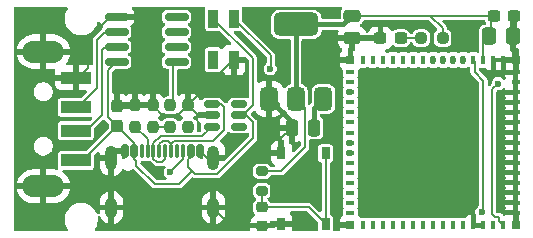
<source format=gbr>
%TF.GenerationSoftware,KiCad,Pcbnew,9.0.7*%
%TF.CreationDate,2026-02-09T14:49:55+01:00*%
%TF.ProjectId,usb-dmx,7573622d-646d-4782-9e6b-696361645f70,1.3*%
%TF.SameCoordinates,Original*%
%TF.FileFunction,Copper,L1,Top*%
%TF.FilePolarity,Positive*%
%FSLAX46Y46*%
G04 Gerber Fmt 4.6, Leading zero omitted, Abs format (unit mm)*
G04 Created by KiCad (PCBNEW 9.0.7) date 2026-02-09 14:49:55*
%MOMM*%
%LPD*%
G01*
G04 APERTURE LIST*
G04 Aperture macros list*
%AMRoundRect*
0 Rectangle with rounded corners*
0 $1 Rounding radius*
0 $2 $3 $4 $5 $6 $7 $8 $9 X,Y pos of 4 corners*
0 Add a 4 corners polygon primitive as box body*
4,1,4,$2,$3,$4,$5,$6,$7,$8,$9,$2,$3,0*
0 Add four circle primitives for the rounded corners*
1,1,$1+$1,$2,$3*
1,1,$1+$1,$4,$5*
1,1,$1+$1,$6,$7*
1,1,$1+$1,$8,$9*
0 Add four rect primitives between the rounded corners*
20,1,$1+$1,$2,$3,$4,$5,0*
20,1,$1+$1,$4,$5,$6,$7,0*
20,1,$1+$1,$6,$7,$8,$9,0*
20,1,$1+$1,$8,$9,$2,$3,0*%
%AMOutline5P*
0 Free polygon, 5 corners , with rotation*
0 The origin of the aperture is its center*
0 number of corners: always 5*
0 $1 to $10 corner X, Y*
0 $11 Rotation angle, in degrees counterclockwise*
0 create outline with 5 corners*
4,1,5,$1,$2,$3,$4,$5,$6,$7,$8,$9,$10,$1,$2,$11*%
%AMOutline6P*
0 Free polygon, 6 corners , with rotation*
0 The origin of the aperture is its center*
0 number of corners: always 6*
0 $1 to $12 corner X, Y*
0 $13 Rotation angle, in degrees counterclockwise*
0 create outline with 6 corners*
4,1,6,$1,$2,$3,$4,$5,$6,$7,$8,$9,$10,$11,$12,$1,$2,$13*%
%AMOutline7P*
0 Free polygon, 7 corners , with rotation*
0 The origin of the aperture is its center*
0 number of corners: always 7*
0 $1 to $14 corner X, Y*
0 $15 Rotation angle, in degrees counterclockwise*
0 create outline with 7 corners*
4,1,7,$1,$2,$3,$4,$5,$6,$7,$8,$9,$10,$11,$12,$13,$14,$1,$2,$15*%
%AMOutline8P*
0 Free polygon, 8 corners , with rotation*
0 The origin of the aperture is its center*
0 number of corners: always 8*
0 $1 to $16 corner X, Y*
0 $17 Rotation angle, in degrees counterclockwise*
0 create outline with 8 corners*
4,1,8,$1,$2,$3,$4,$5,$6,$7,$8,$9,$10,$11,$12,$13,$14,$15,$16,$1,$2,$17*%
G04 Aperture macros list end*
%TA.AperFunction,HeatsinkPad*%
%ADD10O,3.500000X1.900000*%
%TD*%
%TA.AperFunction,SMDPad,CuDef*%
%ADD11R,2.500000X1.100000*%
%TD*%
%TA.AperFunction,SMDPad,CuDef*%
%ADD12RoundRect,0.237500X0.250000X0.237500X-0.250000X0.237500X-0.250000X-0.237500X0.250000X-0.237500X0*%
%TD*%
%TA.AperFunction,SMDPad,CuDef*%
%ADD13R,0.400000X0.800000*%
%TD*%
%TA.AperFunction,SMDPad,CuDef*%
%ADD14R,0.800000X0.400000*%
%TD*%
%TA.AperFunction,HeatsinkPad*%
%ADD15Outline5P,-0.600000X0.204000X-0.204000X0.600000X0.600000X0.600000X0.600000X-0.600000X-0.600000X-0.600000X270.000000*%
%TD*%
%TA.AperFunction,HeatsinkPad*%
%ADD16R,1.200000X1.200000*%
%TD*%
%TA.AperFunction,SMDPad,CuDef*%
%ADD17R,0.800000X0.800000*%
%TD*%
%TA.AperFunction,SMDPad,CuDef*%
%ADD18RoundRect,0.237500X0.237500X-0.250000X0.237500X0.250000X-0.237500X0.250000X-0.237500X-0.250000X0*%
%TD*%
%TA.AperFunction,SMDPad,CuDef*%
%ADD19RoundRect,0.237500X0.300000X0.237500X-0.300000X0.237500X-0.300000X-0.237500X0.300000X-0.237500X0*%
%TD*%
%TA.AperFunction,SMDPad,CuDef*%
%ADD20RoundRect,0.150000X-0.512500X-0.150000X0.512500X-0.150000X0.512500X0.150000X-0.512500X0.150000X0*%
%TD*%
%TA.AperFunction,SMDPad,CuDef*%
%ADD21RoundRect,0.237500X-0.300000X-0.237500X0.300000X-0.237500X0.300000X0.237500X-0.300000X0.237500X0*%
%TD*%
%TA.AperFunction,SMDPad,CuDef*%
%ADD22RoundRect,0.200000X-0.275000X0.200000X-0.275000X-0.200000X0.275000X-0.200000X0.275000X0.200000X0*%
%TD*%
%TA.AperFunction,SMDPad,CuDef*%
%ADD23RoundRect,0.250000X0.250000X0.475000X-0.250000X0.475000X-0.250000X-0.475000X0.250000X-0.475000X0*%
%TD*%
%TA.AperFunction,SMDPad,CuDef*%
%ADD24RoundRect,0.250000X-0.337500X-0.475000X0.337500X-0.475000X0.337500X0.475000X-0.337500X0.475000X0*%
%TD*%
%TA.AperFunction,SMDPad,CuDef*%
%ADD25RoundRect,0.375000X0.375000X-0.625000X0.375000X0.625000X-0.375000X0.625000X-0.375000X-0.625000X0*%
%TD*%
%TA.AperFunction,SMDPad,CuDef*%
%ADD26RoundRect,0.500000X1.400000X-0.500000X1.400000X0.500000X-1.400000X0.500000X-1.400000X-0.500000X0*%
%TD*%
%TA.AperFunction,SMDPad,CuDef*%
%ADD27RoundRect,0.250000X-0.475000X0.250000X-0.475000X-0.250000X0.475000X-0.250000X0.475000X0.250000X0*%
%TD*%
%TA.AperFunction,SMDPad,CuDef*%
%ADD28R,0.850000X1.600000*%
%TD*%
%TA.AperFunction,SMDPad,CuDef*%
%ADD29RoundRect,0.237500X0.237500X-0.300000X0.237500X0.300000X-0.237500X0.300000X-0.237500X-0.300000X0*%
%TD*%
%TA.AperFunction,SMDPad,CuDef*%
%ADD30RoundRect,0.150000X-0.150000X-0.425000X0.150000X-0.425000X0.150000X0.425000X-0.150000X0.425000X0*%
%TD*%
%TA.AperFunction,SMDPad,CuDef*%
%ADD31RoundRect,0.075000X-0.075000X-0.500000X0.075000X-0.500000X0.075000X0.500000X-0.075000X0.500000X0*%
%TD*%
%TA.AperFunction,HeatsinkPad*%
%ADD32O,1.000000X2.100000*%
%TD*%
%TA.AperFunction,HeatsinkPad*%
%ADD33O,1.000000X1.800000*%
%TD*%
%TA.AperFunction,SMDPad,CuDef*%
%ADD34R,0.750000X1.000000*%
%TD*%
%TA.AperFunction,SMDPad,CuDef*%
%ADD35RoundRect,0.225000X-0.250000X0.225000X-0.250000X-0.225000X0.250000X-0.225000X0.250000X0.225000X0*%
%TD*%
%TA.AperFunction,SMDPad,CuDef*%
%ADD36RoundRect,0.162500X0.825000X0.162500X-0.825000X0.162500X-0.825000X-0.162500X0.825000X-0.162500X0*%
%TD*%
%TA.AperFunction,ViaPad*%
%ADD37C,0.600000*%
%TD*%
%TA.AperFunction,Conductor*%
%ADD38C,0.200000*%
%TD*%
%TA.AperFunction,Conductor*%
%ADD39C,0.400000*%
%TD*%
%TA.AperFunction,Conductor*%
%ADD40C,0.800000*%
%TD*%
G04 APERTURE END LIST*
D10*
%TO.P,J2,5,Shield*%
%TO.N,GND*%
X94000000Y-61800000D03*
X94000000Y-73200000D03*
D11*
%TO.P,J2,4,GND*%
X96750000Y-64000000D03*
%TO.P,J2,3,D+*%
%TO.N,DMX+*%
X96750000Y-66500000D03*
%TO.P,J2,2,D-*%
%TO.N,DMX-*%
X96750000Y-68500000D03*
%TO.P,J2,1,VBUS*%
%TO.N,VCC_5V*%
X96750000Y-71000000D03*
%TD*%
D12*
%TO.P,R3,1*%
%TO.N,VCC_3.3V*%
X127812500Y-60650000D03*
%TO.P,R3,2*%
%TO.N,Net-(U3-EN)*%
X125987500Y-60650000D03*
%TD*%
D13*
%TO.P,U3,1,GND*%
%TO.N,GND*%
X132950000Y-62500000D03*
%TO.P,U3,2,GND*%
X132100000Y-62500000D03*
%TO.P,U3,3,3V3*%
%TO.N,VCC_3.3V*%
X131250000Y-62500000D03*
%TO.P,U3,4,IO0*%
%TO.N,0*%
X130400000Y-62500000D03*
%TO.P,U3,5,IO1*%
%TO.N,1*%
X129550000Y-62500000D03*
%TO.P,U3,6,IO2*%
%TO.N,2*%
X128700000Y-62500000D03*
%TO.P,U3,7,IO3*%
%TO.N,3*%
X127850000Y-62500000D03*
%TO.P,U3,8,IO4*%
%TO.N,4*%
X127000000Y-62500000D03*
%TO.P,U3,9,IO5*%
%TO.N,unconnected-(U3-IO5-Pad9)*%
X126150000Y-62500000D03*
%TO.P,U3,10,IO6*%
%TO.N,unconnected-(U3-IO6-Pad10)*%
X125300000Y-62500000D03*
%TO.P,U3,11,IO7*%
%TO.N,unconnected-(U3-IO7-Pad11)*%
X124450000Y-62500000D03*
%TO.P,U3,12,IO8*%
%TO.N,unconnected-(U3-IO8-Pad12)*%
X123600000Y-62500000D03*
%TO.P,U3,13,IO9*%
%TO.N,unconnected-(U3-IO9-Pad13)*%
X122750000Y-62500000D03*
%TO.P,U3,14,IO10*%
%TO.N,unconnected-(U3-IO10-Pad14)*%
X121900000Y-62500000D03*
%TO.P,U3,15,IO11*%
%TO.N,unconnected-(U3-IO11-Pad15)*%
X121050000Y-62500000D03*
D14*
%TO.P,U3,16,IO12*%
%TO.N,unconnected-(U3-IO12-Pad16)*%
X120000000Y-63550000D03*
%TO.P,U3,17,IO13*%
%TO.N,unconnected-(U3-IO13-Pad17)*%
X120000000Y-64400000D03*
%TO.P,U3,18,IO14*%
%TO.N,14*%
X120000000Y-65250000D03*
%TO.P,U3,19,IO15*%
%TO.N,15*%
X120000000Y-66100000D03*
%TO.P,U3,20,IO16*%
%TO.N,unconnected-(U3-IO16-Pad20)*%
X120000000Y-66950000D03*
%TO.P,U3,21,IO17*%
%TO.N,unconnected-(U3-IO17-Pad21)*%
X120000000Y-67800000D03*
%TO.P,U3,22,IO18*%
%TO.N,unconnected-(U3-IO18-Pad22)*%
X120000000Y-68650000D03*
%TO.P,U3,23,USB_D-*%
%TO.N,D-*%
X120000000Y-69500000D03*
%TO.P,U3,24,USB_D+*%
%TO.N,D+*%
X120000000Y-70350000D03*
%TO.P,U3,25,IO21*%
%TO.N,unconnected-(U3-IO21-Pad25)*%
X120000000Y-71200000D03*
%TO.P,U3,26,IO26*%
%TO.N,unconnected-(U3-IO26-Pad26)*%
X120000000Y-72050000D03*
%TO.P,U3,27,IO47*%
%TO.N,unconnected-(U3-IO47-Pad27)*%
X120000000Y-72900000D03*
%TO.P,U3,28,IO33*%
%TO.N,unconnected-(U3-IO33-Pad28)*%
X120000000Y-73750000D03*
%TO.P,U3,29,IO34*%
%TO.N,unconnected-(U3-IO34-Pad29)*%
X120000000Y-74600000D03*
%TO.P,U3,30,IO48*%
%TO.N,unconnected-(U3-IO48-Pad30)*%
X120000000Y-75450000D03*
D13*
%TO.P,U3,31,IO35*%
%TO.N,unconnected-(U3-IO35-Pad31)*%
X121050000Y-76500000D03*
%TO.P,U3,32,IO36*%
%TO.N,unconnected-(U3-IO36-Pad32)*%
X121900000Y-76500000D03*
%TO.P,U3,33,IO37*%
%TO.N,unconnected-(U3-IO37-Pad33)*%
X122750000Y-76500000D03*
%TO.P,U3,34,IO38*%
%TO.N,unconnected-(U3-IO38-Pad34)*%
X123600000Y-76500000D03*
%TO.P,U3,35,IO39*%
%TO.N,unconnected-(U3-IO39-Pad35)*%
X124450000Y-76500000D03*
%TO.P,U3,36,IO40*%
%TO.N,unconnected-(U3-IO40-Pad36)*%
X125300000Y-76500000D03*
%TO.P,U3,37,IO41*%
%TO.N,unconnected-(U3-IO41-Pad37)*%
X126150000Y-76500000D03*
%TO.P,U3,38,IO42*%
%TO.N,unconnected-(U3-IO42-Pad38)*%
X127000000Y-76500000D03*
%TO.P,U3,39,TXD0*%
%TO.N,unconnected-(U3-TXD0-Pad39)*%
X127850000Y-76500000D03*
%TO.P,U3,40,RXD0*%
%TO.N,unconnected-(U3-RXD0-Pad40)*%
X128700000Y-76500000D03*
%TO.P,U3,41,IO45*%
%TO.N,unconnected-(U3-IO45-Pad41)*%
X129550000Y-76500000D03*
%TO.P,U3,42,GND*%
%TO.N,GND*%
X130400000Y-76500000D03*
%TO.P,U3,43,GND*%
X131250000Y-76500000D03*
%TO.P,U3,44,IO46*%
%TO.N,unconnected-(U3-IO46-Pad44)*%
X132100000Y-76500000D03*
%TO.P,U3,45,EN*%
%TO.N,Net-(U3-EN)*%
X132950000Y-76500000D03*
D14*
%TO.P,U3,46,GND*%
%TO.N,GND*%
X134000000Y-75450000D03*
%TO.P,U3,47,GND*%
X134000000Y-74600000D03*
%TO.P,U3,48,GND*%
X134000000Y-73750000D03*
%TO.P,U3,49,GND*%
X134000000Y-72900000D03*
%TO.P,U3,50,GND*%
X134000000Y-72050000D03*
%TO.P,U3,51,GND*%
X134000000Y-71200000D03*
%TO.P,U3,52,GND*%
X134000000Y-70350000D03*
%TO.P,U3,53,GND*%
X134000000Y-69500000D03*
%TO.P,U3,54,GND*%
X134000000Y-68650000D03*
%TO.P,U3,55,GND*%
X134000000Y-67800000D03*
%TO.P,U3,56,GND*%
X134000000Y-66950000D03*
%TO.P,U3,57,GND*%
X134000000Y-66100000D03*
%TO.P,U3,58,GND*%
X134000000Y-65250000D03*
%TO.P,U3,59,GND*%
X134000000Y-64400000D03*
%TO.P,U3,60,GND*%
X134000000Y-63550000D03*
D15*
%TO.P,U3,61,GND*%
X128650000Y-67850000D03*
D16*
X127000000Y-67850000D03*
X125350000Y-67850000D03*
X128650000Y-69500000D03*
X127000000Y-69500000D03*
X125350000Y-69500000D03*
X128650000Y-71150000D03*
X127000000Y-71150000D03*
X125350000Y-71150000D03*
D17*
%TO.P,U3,62,GND*%
X134000000Y-62500000D03*
%TO.P,U3,63,GND*%
X120000000Y-62500000D03*
%TO.P,U3,64,GND*%
X120000000Y-76500000D03*
%TO.P,U3,65,GND*%
X134000000Y-76500000D03*
%TD*%
D18*
%TO.P,R5,1*%
%TO.N,1*%
X104750000Y-68162500D03*
%TO.P,R5,2*%
%TO.N,Net-(U5-RO)*%
X104750000Y-66337500D03*
%TD*%
D19*
%TO.P,C3,1*%
%TO.N,Net-(U3-EN)*%
X124262500Y-60650000D03*
%TO.P,C3,2*%
%TO.N,GND*%
X122537500Y-60650000D03*
%TD*%
D20*
%TO.P,U4,1,I/O1*%
%TO.N,Net-(J1-D+-PadA6)*%
X108250000Y-66250000D03*
%TO.P,U4,2,GND*%
%TO.N,GND*%
X108250000Y-67200000D03*
%TO.P,U4,3,I/O2*%
%TO.N,Net-(J1-D--PadA7)*%
X108250000Y-68150000D03*
%TO.P,U4,4,I/O2*%
%TO.N,D-*%
X110525000Y-68150000D03*
%TO.P,U4,5,VBUS*%
%TO.N,VCC_5V*%
X110525000Y-67200000D03*
%TO.P,U4,6,I/O1*%
%TO.N,D+*%
X110525000Y-66250000D03*
%TD*%
D18*
%TO.P,R1,1*%
%TO.N,Net-(J1-CC1)*%
X101750000Y-68162500D03*
%TO.P,R1,2*%
%TO.N,GND*%
X101750000Y-66337500D03*
%TD*%
D21*
%TO.P,C4,1*%
%TO.N,VCC_3.3V*%
X132137500Y-58750000D03*
%TO.P,C4,2*%
%TO.N,GND*%
X133862500Y-58750000D03*
%TD*%
D22*
%TO.P,R4,1*%
%TO.N,VCC_3.3V*%
X112500000Y-71925000D03*
%TO.P,R4,2*%
%TO.N,0*%
X112500000Y-73575000D03*
%TD*%
D23*
%TO.P,C2,1*%
%TO.N,VCC_5V*%
X116950000Y-68250000D03*
%TO.P,C2,2*%
%TO.N,GND*%
X115050000Y-68250000D03*
%TD*%
D18*
%TO.P,R2,1*%
%TO.N,Net-(J1-CC2)*%
X106250000Y-68162500D03*
%TO.P,R2,2*%
%TO.N,GND*%
X106250000Y-66337500D03*
%TD*%
D24*
%TO.P,C7,1*%
%TO.N,VCC_3.3V*%
X131712500Y-60500000D03*
%TO.P,C7,2*%
%TO.N,GND*%
X133787500Y-60500000D03*
%TD*%
D25*
%TO.P,U1,1,GND*%
%TO.N,GND*%
X113100000Y-65800000D03*
%TO.P,U1,2,VO*%
%TO.N,VCC_3.3V*%
X115400000Y-65800000D03*
D26*
X115400000Y-59500000D03*
D25*
%TO.P,U1,3,VI*%
%TO.N,VCC_5V*%
X117700000Y-65800000D03*
%TD*%
D27*
%TO.P,C1,1*%
%TO.N,VCC_3.3V*%
X120150000Y-58750000D03*
%TO.P,C1,2*%
%TO.N,GND*%
X120150000Y-60650000D03*
%TD*%
D28*
%TO.P,D1,1,DOUT*%
%TO.N,unconnected-(D1-DOUT-Pad1)*%
X108375000Y-62500000D03*
%TO.P,D1,2,VSS*%
%TO.N,GND*%
X110125000Y-62500000D03*
%TO.P,D1,3,DIN*%
%TO.N,14*%
X110125000Y-59000000D03*
%TO.P,D1,4,VDD*%
%TO.N,VCC_5V*%
X108375000Y-59000000D03*
%TD*%
D18*
%TO.P,R6,1*%
%TO.N,1*%
X103250000Y-68162500D03*
%TO.P,R6,2*%
%TO.N,GND*%
X103250000Y-66337500D03*
%TD*%
D29*
%TO.P,C6,1*%
%TO.N,VCC_5V*%
X100250000Y-68112500D03*
%TO.P,C6,2*%
%TO.N,GND*%
X100250000Y-66387500D03*
%TD*%
D30*
%TO.P,J1,A1,GND*%
%TO.N,GND*%
X100870000Y-70245000D03*
%TO.P,J1,A4,VBUS*%
%TO.N,VCC_5V*%
X101670000Y-70245000D03*
D31*
%TO.P,J1,A5,CC1*%
%TO.N,Net-(J1-CC1)*%
X102820000Y-70245000D03*
%TO.P,J1,A6,D+*%
%TO.N,Net-(J1-D+-PadA6)*%
X103820000Y-70245000D03*
%TO.P,J1,A7,D-*%
%TO.N,Net-(J1-D--PadA7)*%
X104320000Y-70245000D03*
%TO.P,J1,A8,SBU1*%
%TO.N,unconnected-(J1-SBU1-PadA8)*%
X105320000Y-70245000D03*
D30*
%TO.P,J1,A9,VBUS*%
%TO.N,VCC_5V*%
X106470000Y-70245000D03*
%TO.P,J1,A12,GND*%
%TO.N,GND*%
X107270000Y-70245000D03*
%TO.P,J1,B1,GND*%
X107270000Y-70245000D03*
%TO.P,J1,B4,VBUS*%
%TO.N,VCC_5V*%
X106470000Y-70245000D03*
D31*
%TO.P,J1,B5,CC2*%
%TO.N,Net-(J1-CC2)*%
X105820000Y-70245000D03*
%TO.P,J1,B6,D+*%
%TO.N,Net-(J1-D+-PadA6)*%
X104820000Y-70245000D03*
%TO.P,J1,B7,D-*%
%TO.N,Net-(J1-D--PadA7)*%
X103320000Y-70245000D03*
%TO.P,J1,B8,SBU2*%
%TO.N,unconnected-(J1-SBU2-PadB8)*%
X102320000Y-70245000D03*
D30*
%TO.P,J1,B9,VBUS*%
%TO.N,VCC_5V*%
X101670000Y-70245000D03*
%TO.P,J1,B12,GND*%
%TO.N,GND*%
X100870000Y-70245000D03*
D32*
%TO.P,J1,S1,SHIELD*%
X99750000Y-70820000D03*
D33*
X99750000Y-75000000D03*
D32*
X108390000Y-70820000D03*
D33*
X108390000Y-75000000D03*
%TD*%
D34*
%TO.P,SW2,1,1*%
%TO.N,GND*%
X114150000Y-76400000D03*
X114150000Y-70400000D03*
%TO.P,SW2,2,2*%
%TO.N,0*%
X117900000Y-76400000D03*
X117900000Y-70400000D03*
%TD*%
D35*
%TO.P,C5,1*%
%TO.N,0*%
X112500000Y-74975000D03*
%TO.P,C5,2*%
%TO.N,GND*%
X112500000Y-76525000D03*
%TD*%
D36*
%TO.P,U5,1,RO*%
%TO.N,Net-(U5-RO)*%
X105287500Y-62655000D03*
%TO.P,U5,2,~{RE}*%
%TO.N,2*%
X105287500Y-61385000D03*
%TO.P,U5,3,DE*%
%TO.N,3*%
X105287500Y-60115000D03*
%TO.P,U5,4,DI*%
%TO.N,4*%
X105287500Y-58845000D03*
%TO.P,U5,5,GND*%
%TO.N,GND*%
X100212500Y-58845000D03*
%TO.P,U5,6,A*%
%TO.N,DMX+*%
X100212500Y-60115000D03*
%TO.P,U5,7,B*%
%TO.N,DMX-*%
X100212500Y-61385000D03*
%TO.P,U5,8,VCC*%
%TO.N,VCC_5V*%
X100212500Y-62655000D03*
%TD*%
D37*
%TO.N,Net-(U3-EN)*%
X125987500Y-60650000D03*
X132500000Y-64500000D03*
%TO.N,14*%
X120000000Y-65250000D03*
X113208952Y-63250161D03*
%TO.N,1*%
X129550000Y-62500000D03*
X104750000Y-68162500D03*
%TO.N,2*%
X105287500Y-61385000D03*
X128700000Y-62500000D03*
%TO.N,0*%
X131125000Y-75375000D03*
X117900000Y-76400000D03*
%TO.N,4*%
X105287500Y-58845000D03*
X127000000Y-62500000D03*
%TO.N,GND*%
X103750000Y-72000000D03*
X122500000Y-63500000D03*
X112250000Y-59500000D03*
X113750000Y-66350000D03*
X124750000Y-59500000D03*
X130250000Y-69500000D03*
X122500000Y-69500000D03*
X113750000Y-68250000D03*
X100250000Y-65000000D03*
X103250000Y-66337500D03*
X132750000Y-66500000D03*
X106750000Y-63500000D03*
X122500000Y-74000000D03*
X102750000Y-59250000D03*
X94250000Y-67500000D03*
X127000000Y-74000000D03*
X117000000Y-74000000D03*
X92500000Y-75750000D03*
X114000000Y-73750000D03*
X121750000Y-59500000D03*
X130250000Y-66500000D03*
X103750000Y-75250000D03*
X117500000Y-63250000D03*
X104750000Y-75250000D03*
X114008949Y-63247017D03*
X124750000Y-65500000D03*
X129750000Y-59750000D03*
X97000000Y-73250000D03*
X132750000Y-74000000D03*
X120150000Y-60650000D03*
X110750000Y-74250000D03*
X103000000Y-62500000D03*
X94000000Y-59250000D03*
%TO.N,VCC_5V*%
X117700000Y-65800000D03*
X96750000Y-71000000D03*
%TO.N,D+*%
X120000000Y-70350000D03*
X110525000Y-66250000D03*
%TO.N,D-*%
X110525000Y-68150000D03*
X120000000Y-69500000D03*
%TO.N,3*%
X105287500Y-60115000D03*
X127850000Y-62500000D03*
%TO.N,Net-(J1-CC2)*%
X106250000Y-68162500D03*
X104750000Y-72000000D03*
%TD*%
D38*
%TO.N,VCC_5V*%
X106470000Y-70245000D02*
X106470000Y-70714000D01*
X106470000Y-70714000D02*
X106284000Y-70900000D01*
X106284000Y-70900000D02*
X106284000Y-71600008D01*
X96750000Y-71000000D02*
X97362500Y-71000000D01*
X97362500Y-71000000D02*
X100250000Y-68112500D01*
%TO.N,Net-(U3-EN)*%
X132601000Y-75799000D02*
X132601000Y-76151000D01*
X132249000Y-75799000D02*
X132601000Y-75799000D01*
X132601000Y-76151000D02*
X132950000Y-76500000D01*
X132000000Y-65000000D02*
X132000000Y-75550000D01*
X124262500Y-60650000D02*
X125987500Y-60650000D01*
X132500000Y-64500000D02*
X132000000Y-65000000D01*
X132000000Y-75550000D02*
X132249000Y-75799000D01*
%TO.N,14*%
X113250000Y-63209113D02*
X113250000Y-62125000D01*
X113208952Y-63250161D02*
X113250000Y-63209113D01*
X113250000Y-62125000D02*
X110125000Y-59000000D01*
%TO.N,1*%
X104750000Y-68162500D02*
X103250000Y-68162500D01*
%TO.N,0*%
X130500000Y-62600000D02*
X130400000Y-62500000D01*
X130500000Y-63500000D02*
X130500000Y-62600000D01*
X131250000Y-75250000D02*
X131250000Y-64250000D01*
X116475000Y-74975000D02*
X112500000Y-74975000D01*
X117900000Y-70400000D02*
X117900000Y-76400000D01*
X112500000Y-74975000D02*
X112500000Y-73575000D01*
X131125000Y-75375000D02*
X131250000Y-75250000D01*
X131250000Y-64250000D02*
X130500000Y-63500000D01*
X117900000Y-76400000D02*
X116475000Y-74975000D01*
%TO.N,GND*%
X120000000Y-62500000D02*
X120000000Y-60800000D01*
X114150000Y-69150000D02*
X115050000Y-68250000D01*
D39*
X115050000Y-67750000D02*
X115050000Y-68250000D01*
D38*
X122537500Y-60650000D02*
X120150000Y-60650000D01*
X106250000Y-66337500D02*
X107112500Y-67200000D01*
D40*
X113100000Y-66050000D02*
X113100000Y-65800000D01*
D38*
X112500000Y-76525000D02*
X109915000Y-76525000D01*
X106250000Y-66337500D02*
X105337500Y-67250000D01*
X134000000Y-62500000D02*
X133787500Y-62287500D01*
D39*
X113750000Y-66350000D02*
X113750000Y-66450000D01*
D38*
X109915000Y-76525000D02*
X108390000Y-75000000D01*
X107112500Y-67200000D02*
X108250000Y-67200000D01*
X114150000Y-70400000D02*
X114150000Y-69150000D01*
X133787500Y-58875000D02*
X134012500Y-58650000D01*
X99655000Y-58845000D02*
X100212500Y-58845000D01*
X114150000Y-76400000D02*
X112625000Y-76400000D01*
X110087500Y-62500000D02*
X106250000Y-66337500D01*
X104162500Y-67250000D02*
X103250000Y-66337500D01*
X97750000Y-63150000D02*
X97750000Y-60750000D01*
X100870000Y-70245000D02*
X100325000Y-70245000D01*
X105337500Y-67250000D02*
X104162500Y-67250000D01*
X97750000Y-60750000D02*
X99655000Y-58845000D01*
X101750000Y-66337500D02*
X100300000Y-66337500D01*
X96900000Y-64000000D02*
X97750000Y-63150000D01*
X120000000Y-60800000D02*
X120150000Y-60650000D01*
X100325000Y-70245000D02*
X99750000Y-70820000D01*
X103250000Y-66337500D02*
X101750000Y-66337500D01*
X108390000Y-70820000D02*
X107845000Y-70820000D01*
D39*
X113750000Y-66450000D02*
X115050000Y-67750000D01*
D38*
X110125000Y-62500000D02*
X110087500Y-62500000D01*
X112625000Y-76400000D02*
X112500000Y-76525000D01*
D39*
X113100000Y-65800000D02*
X113650000Y-66350000D01*
D38*
X133787500Y-62287500D02*
X133787500Y-58875000D01*
D39*
X113650000Y-66350000D02*
X113750000Y-66350000D01*
D38*
X107845000Y-70820000D02*
X107270000Y-70245000D01*
%TO.N,VCC_5V*%
X108721785Y-72171000D02*
X111750000Y-69142785D01*
X101670000Y-70245000D02*
X101670000Y-69532500D01*
X111187499Y-67200000D02*
X110525000Y-67200000D01*
X106854992Y-72171000D02*
X108721785Y-72171000D01*
X106470000Y-72030000D02*
X105500000Y-73000000D01*
X101670000Y-70853992D02*
X101670000Y-70245000D01*
X99474000Y-67336500D02*
X100250000Y-68112500D01*
X103408004Y-73000000D02*
X101856000Y-71447996D01*
X111750000Y-62375000D02*
X108375000Y-59000000D01*
X101670000Y-69532500D02*
X100250000Y-68112500D01*
X111750000Y-67762501D02*
X111187499Y-67200000D01*
X99474000Y-63393500D02*
X99474000Y-67336500D01*
D39*
X116950000Y-66550000D02*
X117700000Y-65800000D01*
D38*
X101856000Y-71447996D02*
X101856000Y-71039992D01*
D39*
X116950000Y-68250000D02*
X116950000Y-66550000D01*
D38*
X100212500Y-62655000D02*
X99474000Y-63393500D01*
X110879468Y-67200000D02*
X111750000Y-66329468D01*
X106284000Y-71600008D02*
X106470000Y-71786008D01*
X110525000Y-67200000D02*
X110879468Y-67200000D01*
X101856000Y-71039992D02*
X101670000Y-70853992D01*
X105500000Y-73000000D02*
X103408004Y-73000000D01*
X106470000Y-71786008D02*
X106470000Y-72030000D01*
X111750000Y-69142785D02*
X111750000Y-67762501D01*
X111750000Y-66329468D02*
X111750000Y-62375000D01*
X106284000Y-71600008D02*
X106854992Y-72171000D01*
%TO.N,VCC_3.3V*%
X127812500Y-59812500D02*
X126750000Y-58750000D01*
X116149000Y-69878000D02*
X116149000Y-66549000D01*
X131250000Y-62500000D02*
X131250000Y-60962500D01*
X127812500Y-60650000D02*
X127812500Y-59812500D01*
X116149000Y-66549000D02*
X115400000Y-65800000D01*
X132137500Y-58800000D02*
X132137500Y-58750000D01*
D39*
X115400000Y-65800000D02*
X115400000Y-59500000D01*
D38*
X114102000Y-71925000D02*
X116149000Y-69878000D01*
X131862500Y-60350000D02*
X131862500Y-59075000D01*
X132137500Y-58750000D02*
X126750000Y-58750000D01*
D39*
X115400000Y-59500000D02*
X119400000Y-59500000D01*
X119400000Y-59500000D02*
X120150000Y-58750000D01*
D38*
X120150000Y-58750000D02*
X126750000Y-58750000D01*
X131250000Y-60962500D02*
X131862500Y-60350000D01*
X112500000Y-71925000D02*
X114102000Y-71925000D01*
X131862500Y-59075000D02*
X132137500Y-58800000D01*
%TO.N,DMX+*%
X98523000Y-60817001D02*
X99225001Y-60115000D01*
X96900000Y-66500000D02*
X98523000Y-64877000D01*
X98523000Y-64877000D02*
X98523000Y-60817001D01*
X99225001Y-60115000D02*
X100212500Y-60115000D01*
%TO.N,DMX-*%
X98924000Y-61686001D02*
X98924000Y-67176000D01*
X100212500Y-61385000D02*
X99225001Y-61385000D01*
X99225001Y-61385000D02*
X98924000Y-61686001D01*
X98924000Y-67176000D02*
X97600000Y-68500000D01*
X97600000Y-68500000D02*
X96900000Y-68500000D01*
%TO.N,Net-(J1-D--PadA7)*%
X103320000Y-70245000D02*
X103320000Y-69569076D01*
X104320000Y-70853824D02*
X104052824Y-71121000D01*
X103921076Y-68968000D02*
X107432000Y-68968000D01*
X107432000Y-68968000D02*
X108250000Y-68150000D01*
X103320000Y-70853824D02*
X103320000Y-70245000D01*
X103320000Y-69569076D02*
X103921076Y-68968000D01*
X104052824Y-71121000D02*
X103587176Y-71121000D01*
X104320000Y-70245000D02*
X104320000Y-70853824D01*
X103587176Y-71121000D02*
X103320000Y-70853824D01*
%TO.N,Net-(J1-CC2)*%
X104750000Y-72000000D02*
X105820000Y-70930000D01*
X105820000Y-70930000D02*
X105820000Y-70245000D01*
%TO.N,Net-(J1-D+-PadA6)*%
X105087176Y-69369000D02*
X108335468Y-69369000D01*
X104820000Y-69636176D02*
X104552824Y-69369000D01*
X104820000Y-70245000D02*
X104820000Y-69636176D01*
X108335468Y-69369000D02*
X109250000Y-68454468D01*
X109000000Y-66250000D02*
X108250000Y-66250000D01*
X104087176Y-69369000D02*
X103820000Y-69636176D01*
X109250000Y-66500000D02*
X109000000Y-66250000D01*
X109250000Y-68454468D02*
X109250000Y-66500000D01*
X104552824Y-69369000D02*
X104087176Y-69369000D01*
X103820000Y-69636176D02*
X103820000Y-70245000D01*
X104820000Y-69636176D02*
X105087176Y-69369000D01*
%TO.N,Net-(J1-CC1)*%
X102820000Y-70245000D02*
X102820000Y-69232500D01*
X102820000Y-69232500D02*
X101750000Y-68162500D01*
%TO.N,Net-(U5-RO)*%
X105000000Y-62942500D02*
X105287500Y-62655000D01*
X105000000Y-66337500D02*
X105000000Y-62942500D01*
%TD*%
%TA.AperFunction,Conductor*%
%TO.N,GND*%
G36*
X96017026Y-58020185D02*
G01*
X96062781Y-58072989D01*
X96072725Y-58142147D01*
X96050305Y-58197386D01*
X96000998Y-58265250D01*
X95900817Y-58461864D01*
X95832631Y-58671722D01*
X95798112Y-58889663D01*
X95798112Y-59110336D01*
X95832631Y-59328277D01*
X95900817Y-59538135D01*
X95932095Y-59599521D01*
X95986716Y-59706720D01*
X96001000Y-59734752D01*
X96130694Y-59913262D01*
X96130698Y-59913267D01*
X96286732Y-60069301D01*
X96286737Y-60069305D01*
X96401655Y-60152797D01*
X96465251Y-60199002D01*
X96629132Y-60282504D01*
X96661864Y-60299182D01*
X96723893Y-60319336D01*
X96871724Y-60367369D01*
X96972664Y-60383356D01*
X97089664Y-60401888D01*
X97089669Y-60401888D01*
X97310336Y-60401888D01*
X97415991Y-60385153D01*
X97528276Y-60367369D01*
X97738138Y-60299181D01*
X97934749Y-60199002D01*
X98113269Y-60069300D01*
X98269300Y-59913269D01*
X98399002Y-59734749D01*
X98499181Y-59538138D01*
X98501531Y-59530908D01*
X98543044Y-59403140D01*
X98567369Y-59328276D01*
X98567369Y-59328272D01*
X98567451Y-59328022D01*
X98606888Y-59270346D01*
X98671246Y-59243147D01*
X98740093Y-59255061D01*
X98791498Y-59302188D01*
X98862161Y-59419077D01*
X98862164Y-59419081D01*
X98975918Y-59532835D01*
X98975920Y-59532836D01*
X99000994Y-59547994D01*
X99002650Y-59549803D01*
X99004996Y-59550519D01*
X99026117Y-59575427D01*
X99048183Y-59599521D01*
X99048598Y-59601938D01*
X99050184Y-59603808D01*
X99054486Y-59636183D01*
X99060022Y-59668381D01*
X99059165Y-59671392D01*
X99059388Y-59673069D01*
X99053503Y-59691290D01*
X99049084Y-59706825D01*
X99048224Y-59708655D01*
X98989818Y-59823285D01*
X98987492Y-59837966D01*
X98980011Y-59853896D01*
X98968045Y-59867410D01*
X98960312Y-59883721D01*
X98955454Y-59888864D01*
X98242531Y-60601787D01*
X98242530Y-60601789D01*
X98219214Y-60642175D01*
X98205749Y-60665497D01*
X98205747Y-60665500D01*
X98196386Y-60681713D01*
X98172500Y-60770857D01*
X98172500Y-62826000D01*
X98152815Y-62893039D01*
X98100011Y-62938794D01*
X98048500Y-62950000D01*
X97000000Y-62950000D01*
X97000000Y-65050000D01*
X97554956Y-65050000D01*
X97621995Y-65069685D01*
X97667750Y-65122489D01*
X97677694Y-65191647D01*
X97648669Y-65255203D01*
X97642637Y-65261681D01*
X97241137Y-65663181D01*
X97179814Y-65696666D01*
X97153456Y-65699500D01*
X95475323Y-65699500D01*
X95402264Y-65714032D01*
X95402260Y-65714033D01*
X95319399Y-65769399D01*
X95264033Y-65852260D01*
X95264032Y-65852264D01*
X95249500Y-65925321D01*
X95249500Y-67074678D01*
X95264032Y-67147735D01*
X95264033Y-67147739D01*
X95264034Y-67147740D01*
X95319399Y-67230601D01*
X95379673Y-67270874D01*
X95402260Y-67285966D01*
X95402264Y-67285967D01*
X95475321Y-67300499D01*
X95475324Y-67300500D01*
X98004456Y-67300500D01*
X98025701Y-67306738D01*
X98047790Y-67308318D01*
X98058573Y-67316390D01*
X98071495Y-67320185D01*
X98085994Y-67336918D01*
X98103723Y-67350190D01*
X98108430Y-67362810D01*
X98117250Y-67372989D01*
X98120401Y-67394906D01*
X98128140Y-67415654D01*
X98125277Y-67428814D01*
X98127194Y-67442147D01*
X98117994Y-67462290D01*
X98113288Y-67483927D01*
X98100019Y-67501652D01*
X98098169Y-67505703D01*
X98092137Y-67512181D01*
X97941137Y-67663181D01*
X97879814Y-67696666D01*
X97853456Y-67699500D01*
X95475323Y-67699500D01*
X95402264Y-67714032D01*
X95402260Y-67714033D01*
X95319399Y-67769399D01*
X95264033Y-67852260D01*
X95264032Y-67852264D01*
X95249500Y-67925321D01*
X95249500Y-69074678D01*
X95264032Y-69147735D01*
X95264033Y-69147739D01*
X95264034Y-69147740D01*
X95319399Y-69230601D01*
X95386336Y-69275326D01*
X95402260Y-69285966D01*
X95402264Y-69285967D01*
X95475321Y-69300499D01*
X95475324Y-69300500D01*
X95475326Y-69300500D01*
X98024676Y-69300500D01*
X98024677Y-69300499D01*
X98097740Y-69285966D01*
X98180601Y-69230601D01*
X98235966Y-69147740D01*
X98250500Y-69074674D01*
X98250500Y-68396543D01*
X98270185Y-68329504D01*
X98286815Y-68308866D01*
X99031070Y-67564610D01*
X99092391Y-67531127D01*
X99162082Y-67536111D01*
X99206430Y-67564612D01*
X99488181Y-67846363D01*
X99521666Y-67907686D01*
X99524500Y-67934044D01*
X99524500Y-68290956D01*
X99504815Y-68357995D01*
X99488181Y-68378637D01*
X97703637Y-70163181D01*
X97642314Y-70196666D01*
X97615956Y-70199500D01*
X95475323Y-70199500D01*
X95402264Y-70214032D01*
X95402260Y-70214033D01*
X95319399Y-70269399D01*
X95264033Y-70352260D01*
X95264032Y-70352264D01*
X95249500Y-70425321D01*
X95249500Y-70425326D01*
X95249500Y-71574674D01*
X95249501Y-71574678D01*
X95261709Y-71636055D01*
X95255480Y-71705646D01*
X95212617Y-71760823D01*
X95146727Y-71784067D01*
X95120693Y-71782718D01*
X94914116Y-71750000D01*
X94250000Y-71750000D01*
X94250000Y-72750000D01*
X93750000Y-72750000D01*
X93750000Y-71750000D01*
X93085884Y-71750000D01*
X92860455Y-71785704D01*
X92643395Y-71856230D01*
X92440033Y-71959849D01*
X92255385Y-72094004D01*
X92094004Y-72255385D01*
X91959849Y-72440033D01*
X91856230Y-72643395D01*
X91785704Y-72860455D01*
X91771522Y-72950000D01*
X92824722Y-72950000D01*
X92780667Y-73026306D01*
X92750000Y-73140756D01*
X92750000Y-73259244D01*
X92780667Y-73373694D01*
X92824722Y-73450000D01*
X91771522Y-73450000D01*
X91785704Y-73539544D01*
X91856230Y-73756604D01*
X91959849Y-73959966D01*
X92094004Y-74144614D01*
X92255385Y-74305995D01*
X92440033Y-74440150D01*
X92643395Y-74543769D01*
X92860455Y-74614295D01*
X93085884Y-74650000D01*
X93750000Y-74650000D01*
X93750000Y-73650000D01*
X94250000Y-73650000D01*
X94250000Y-74650000D01*
X94914116Y-74650000D01*
X95139544Y-74614295D01*
X95356604Y-74543769D01*
X95559966Y-74440150D01*
X95744614Y-74305995D01*
X95905995Y-74144614D01*
X96040150Y-73959966D01*
X96143769Y-73756604D01*
X96214295Y-73539544D01*
X96228478Y-73450000D01*
X95175278Y-73450000D01*
X95219333Y-73373694D01*
X95250000Y-73259244D01*
X95250000Y-73140756D01*
X95219333Y-73026306D01*
X95175278Y-72950000D01*
X96228478Y-72950000D01*
X96214295Y-72860455D01*
X96143769Y-72643395D01*
X96040150Y-72440033D01*
X95905995Y-72255385D01*
X95744614Y-72094004D01*
X95649388Y-72024818D01*
X95606723Y-71969488D01*
X95600744Y-71899874D01*
X95633350Y-71838080D01*
X95694189Y-71803722D01*
X95722274Y-71800500D01*
X98024676Y-71800500D01*
X98024677Y-71800499D01*
X98097740Y-71785966D01*
X98180601Y-71730601D01*
X98235966Y-71647740D01*
X98250500Y-71574674D01*
X98250500Y-70659043D01*
X98270185Y-70592004D01*
X98286814Y-70571367D01*
X98538320Y-70319860D01*
X98599642Y-70286377D01*
X98669334Y-70291361D01*
X98725267Y-70333233D01*
X98749684Y-70398697D01*
X98750000Y-70407543D01*
X98750000Y-70570000D01*
X99450000Y-70570000D01*
X99450000Y-71070000D01*
X98750000Y-71070000D01*
X98750000Y-71468495D01*
X98788427Y-71661681D01*
X98788430Y-71661693D01*
X98863807Y-71843671D01*
X98863814Y-71843684D01*
X98973248Y-72007462D01*
X98973251Y-72007466D01*
X99112533Y-72146748D01*
X99112537Y-72146751D01*
X99276315Y-72256185D01*
X99276328Y-72256192D01*
X99458308Y-72331569D01*
X99500000Y-72339862D01*
X99500000Y-71536988D01*
X99509940Y-71554205D01*
X99565795Y-71610060D01*
X99634204Y-71649556D01*
X99710504Y-71670000D01*
X99789496Y-71670000D01*
X99865796Y-71649556D01*
X99934205Y-71610060D01*
X99990060Y-71554205D01*
X100000000Y-71536988D01*
X100000000Y-72339862D01*
X100041690Y-72331569D01*
X100041692Y-72331569D01*
X100223671Y-72256192D01*
X100223684Y-72256185D01*
X100387462Y-72146751D01*
X100387466Y-72146748D01*
X100526748Y-72007466D01*
X100526751Y-72007462D01*
X100636185Y-71843684D01*
X100636186Y-71843682D01*
X100640129Y-71834163D01*
X100683968Y-71779757D01*
X100750261Y-71757689D01*
X100817961Y-71774965D01*
X100823400Y-71778647D01*
X100826634Y-71780514D01*
X100826635Y-71780515D01*
X100866831Y-71803722D01*
X100957776Y-71856230D01*
X100957865Y-71856281D01*
X101104234Y-71895500D01*
X101104236Y-71895500D01*
X101255764Y-71895500D01*
X101255766Y-71895500D01*
X101402135Y-71856281D01*
X101533365Y-71780515D01*
X101533368Y-71780511D01*
X101537316Y-71777482D01*
X101602483Y-71752282D01*
X101670929Y-71766314D01*
X101700492Y-71788170D01*
X103192792Y-73280470D01*
X103250927Y-73314034D01*
X103272716Y-73326614D01*
X103361860Y-73350500D01*
X103361862Y-73350500D01*
X105546142Y-73350500D01*
X105546144Y-73350500D01*
X105635288Y-73326614D01*
X105657077Y-73314034D01*
X105715212Y-73280470D01*
X106511914Y-72483767D01*
X106573235Y-72450284D01*
X106642926Y-72455268D01*
X106661594Y-72464064D01*
X106699528Y-72485966D01*
X106699529Y-72485966D01*
X106719704Y-72497614D01*
X106808848Y-72521500D01*
X106808849Y-72521500D01*
X106808850Y-72521500D01*
X108767927Y-72521500D01*
X108767929Y-72521500D01*
X108857073Y-72497614D01*
X108877248Y-72485966D01*
X108877249Y-72485966D01*
X108936990Y-72451474D01*
X108936989Y-72451474D01*
X108936997Y-72451470D01*
X111536312Y-69852155D01*
X113275000Y-69852155D01*
X113275000Y-70150000D01*
X113900000Y-70150000D01*
X113900000Y-69400000D01*
X113727155Y-69400000D01*
X113667627Y-69406401D01*
X113667620Y-69406403D01*
X113532913Y-69456645D01*
X113532906Y-69456649D01*
X113417812Y-69542809D01*
X113417809Y-69542812D01*
X113331649Y-69657906D01*
X113331645Y-69657913D01*
X113281403Y-69792620D01*
X113281401Y-69792627D01*
X113275000Y-69852155D01*
X111536312Y-69852155D01*
X112030470Y-69357997D01*
X112076614Y-69278073D01*
X112100500Y-69188928D01*
X112100500Y-69096641D01*
X112100500Y-67716357D01*
X112076614Y-67627213D01*
X112067831Y-67612000D01*
X112047175Y-67576222D01*
X112030474Y-67547295D01*
X112030471Y-67547292D01*
X112030470Y-67547289D01*
X111616846Y-67133665D01*
X111612508Y-67125720D01*
X111605260Y-67120295D01*
X111596024Y-67095533D01*
X111583361Y-67072342D01*
X111584006Y-67063312D01*
X111580843Y-67054830D01*
X111586459Y-67029010D01*
X111588345Y-67002650D01*
X111594164Y-66993595D01*
X111595695Y-66986558D01*
X111616841Y-66958307D01*
X111759459Y-66815690D01*
X111820777Y-66782208D01*
X111890469Y-66787192D01*
X111946403Y-66829063D01*
X111958224Y-66848278D01*
X111983393Y-66899026D01*
X112102632Y-67047366D01*
X112102633Y-67047367D01*
X112250974Y-67166607D01*
X112250977Y-67166609D01*
X112421476Y-67251168D01*
X112606175Y-67297102D01*
X112648903Y-67300000D01*
X112850000Y-67300000D01*
X112850000Y-64300000D01*
X112648903Y-64300000D01*
X112606175Y-64302897D01*
X112421476Y-64348831D01*
X112279594Y-64419198D01*
X112210789Y-64431350D01*
X112146337Y-64404373D01*
X112106702Y-64346834D01*
X112100500Y-64308110D01*
X112100500Y-62328858D01*
X112100500Y-62328856D01*
X112076614Y-62239712D01*
X112064962Y-62219530D01*
X112030470Y-62159788D01*
X110132863Y-60262181D01*
X110099378Y-60200858D01*
X110104362Y-60131166D01*
X110146234Y-60075233D01*
X110211698Y-60050816D01*
X110220544Y-60050500D01*
X110574675Y-60050500D01*
X110597367Y-60045986D01*
X110666959Y-60052213D01*
X110709241Y-60079922D01*
X112863181Y-62233862D01*
X112896666Y-62295185D01*
X112899500Y-62321543D01*
X112899500Y-62729727D01*
X112879815Y-62796766D01*
X112863181Y-62817408D01*
X112768445Y-62912143D01*
X112768440Y-62912149D01*
X112695969Y-63037672D01*
X112695968Y-63037676D01*
X112658452Y-63177686D01*
X112658452Y-63322636D01*
X112689620Y-63438955D01*
X112695969Y-63462649D01*
X112768440Y-63588172D01*
X112768442Y-63588174D01*
X112768443Y-63588176D01*
X112870937Y-63690670D01*
X112870938Y-63690671D01*
X112870940Y-63690672D01*
X112996463Y-63763143D01*
X112996464Y-63763143D01*
X112996467Y-63763145D01*
X113136477Y-63800661D01*
X113136480Y-63800661D01*
X113281424Y-63800661D01*
X113281427Y-63800661D01*
X113421437Y-63763145D01*
X113546967Y-63690670D01*
X113649461Y-63588176D01*
X113721936Y-63462646D01*
X113759452Y-63322636D01*
X113759452Y-63177686D01*
X113721936Y-63037676D01*
X113708354Y-63014152D01*
X113649463Y-62912149D01*
X113649458Y-62912143D01*
X113636819Y-62899504D01*
X113603334Y-62838181D01*
X113600500Y-62811823D01*
X113600500Y-62078858D01*
X113600500Y-62078856D01*
X113576614Y-61989712D01*
X113576611Y-61989706D01*
X113530473Y-61909794D01*
X113530470Y-61909791D01*
X113530469Y-61909788D01*
X113465212Y-61844531D01*
X112180530Y-60559849D01*
X110836819Y-59216137D01*
X110803334Y-59154814D01*
X110800500Y-59128456D01*
X110800500Y-58175326D01*
X110795202Y-58148690D01*
X110801431Y-58079098D01*
X110844294Y-58023922D01*
X110910184Y-58000678D01*
X110916820Y-58000500D01*
X119175999Y-58000500D01*
X119243038Y-58020185D01*
X119288793Y-58072989D01*
X119298737Y-58142147D01*
X119275265Y-58198810D01*
X119255238Y-58225562D01*
X119231204Y-58257668D01*
X119231202Y-58257671D01*
X119183079Y-58386698D01*
X119180909Y-58392517D01*
X119174500Y-58452127D01*
X119174500Y-58719000D01*
X119174501Y-58925500D01*
X119154817Y-58992539D01*
X119102013Y-59038294D01*
X119050501Y-59049500D01*
X117672643Y-59049500D01*
X117605604Y-59029815D01*
X117559849Y-58977011D01*
X117549285Y-58938102D01*
X117542736Y-58874000D01*
X117539999Y-58847203D01*
X117484814Y-58680666D01*
X117392712Y-58531344D01*
X117268656Y-58407288D01*
X117158557Y-58339379D01*
X117119336Y-58315187D01*
X117119331Y-58315185D01*
X117117862Y-58314698D01*
X116952797Y-58260001D01*
X116952795Y-58260000D01*
X116850010Y-58249500D01*
X113949998Y-58249500D01*
X113949981Y-58249501D01*
X113847203Y-58260000D01*
X113847200Y-58260001D01*
X113680668Y-58315185D01*
X113680663Y-58315187D01*
X113531342Y-58407289D01*
X113407289Y-58531342D01*
X113315187Y-58680663D01*
X113315186Y-58680666D01*
X113260001Y-58847203D01*
X113260001Y-58847204D01*
X113260000Y-58847204D01*
X113249500Y-58949983D01*
X113249500Y-60050001D01*
X113249501Y-60050019D01*
X113260000Y-60152796D01*
X113260001Y-60152799D01*
X113302091Y-60279815D01*
X113315186Y-60319334D01*
X113407288Y-60468656D01*
X113531344Y-60592712D01*
X113680666Y-60684814D01*
X113847203Y-60739999D01*
X113949991Y-60750500D01*
X114825500Y-60750499D01*
X114892539Y-60770183D01*
X114938294Y-60822987D01*
X114949500Y-60874499D01*
X114949500Y-64452470D01*
X114929815Y-64519509D01*
X114877011Y-64565264D01*
X114860095Y-64571546D01*
X114774614Y-64596380D01*
X114774609Y-64596382D01*
X114638583Y-64676827D01*
X114638574Y-64676834D01*
X114526834Y-64788574D01*
X114526830Y-64788580D01*
X114503983Y-64827213D01*
X114498039Y-64837263D01*
X114446969Y-64884946D01*
X114378228Y-64897449D01*
X114313638Y-64870803D01*
X114280219Y-64829236D01*
X114216607Y-64700974D01*
X114097367Y-64552633D01*
X114097366Y-64552632D01*
X113949025Y-64433392D01*
X113949022Y-64433390D01*
X113778523Y-64348831D01*
X113593824Y-64302897D01*
X113551097Y-64300000D01*
X113350000Y-64300000D01*
X113350000Y-67300000D01*
X113551097Y-67300000D01*
X113593824Y-67297102D01*
X113778523Y-67251168D01*
X113949022Y-67166609D01*
X113949025Y-67166607D01*
X114097366Y-67047367D01*
X114097367Y-67047366D01*
X114216607Y-66899025D01*
X114216609Y-66899022D01*
X114280219Y-66770764D01*
X114327640Y-66719451D01*
X114395275Y-66701921D01*
X114461650Y-66723741D01*
X114487962Y-66748180D01*
X114493519Y-66755095D01*
X114526830Y-66811420D01*
X114587722Y-66872312D01*
X114591939Y-66877559D01*
X114602803Y-66903887D01*
X114616450Y-66928879D01*
X114615957Y-66935764D01*
X114618591Y-66942146D01*
X114613497Y-66970164D01*
X114611466Y-66998571D01*
X114607328Y-67004097D01*
X114606094Y-67010889D01*
X114586659Y-67031707D01*
X114569594Y-67054504D01*
X114561369Y-67058799D01*
X114558416Y-67061963D01*
X114552377Y-67063495D01*
X114534290Y-67072942D01*
X114480884Y-67090639D01*
X114480875Y-67090643D01*
X114331654Y-67182684D01*
X114207684Y-67306654D01*
X114115643Y-67455875D01*
X114115641Y-67455880D01*
X114060494Y-67622302D01*
X114060493Y-67622309D01*
X114050000Y-67725013D01*
X114050000Y-68000000D01*
X114926000Y-68000000D01*
X114993039Y-68019685D01*
X115038794Y-68072489D01*
X115050000Y-68124000D01*
X115050000Y-68250000D01*
X115176000Y-68250000D01*
X115243039Y-68269685D01*
X115288794Y-68322489D01*
X115300000Y-68374000D01*
X115300000Y-69474999D01*
X115349972Y-69474999D01*
X115349986Y-69474998D01*
X115452697Y-69464505D01*
X115619121Y-69409357D01*
X115622093Y-69407972D01*
X115622601Y-69407894D01*
X115622989Y-69407559D01*
X115625745Y-69407162D01*
X115625977Y-69407086D01*
X115625990Y-69407127D01*
X115657105Y-69402653D01*
X115691170Y-69397479D01*
X115691637Y-69397688D01*
X115692147Y-69397615D01*
X115723520Y-69411942D01*
X115754955Y-69425997D01*
X115755236Y-69426426D01*
X115755703Y-69426640D01*
X115774320Y-69455609D01*
X115793196Y-69484473D01*
X115793293Y-69485132D01*
X115793477Y-69485418D01*
X115798500Y-69520353D01*
X115798500Y-69681456D01*
X115778815Y-69748495D01*
X115762181Y-69769137D01*
X115236681Y-70294637D01*
X115175358Y-70328122D01*
X115105666Y-70323138D01*
X115049733Y-70281266D01*
X115025316Y-70215802D01*
X115025000Y-70206956D01*
X115025000Y-69852172D01*
X115024999Y-69852155D01*
X115018598Y-69792627D01*
X115018596Y-69792620D01*
X114968354Y-69657913D01*
X114968352Y-69657911D01*
X114928744Y-69605000D01*
X114924000Y-69605000D01*
X114856961Y-69585315D01*
X114811206Y-69532511D01*
X114800000Y-69481000D01*
X114800000Y-68500000D01*
X114050001Y-68500000D01*
X114050001Y-68774986D01*
X114060494Y-68877697D01*
X114115641Y-69044119D01*
X114115643Y-69044124D01*
X114207684Y-69193345D01*
X114284338Y-69269999D01*
X114304647Y-69278411D01*
X114343039Y-69289685D01*
X114388794Y-69342489D01*
X114400000Y-69394000D01*
X114400000Y-70276000D01*
X114380315Y-70343039D01*
X114327511Y-70388794D01*
X114276000Y-70400000D01*
X114150000Y-70400000D01*
X114150000Y-70526000D01*
X114130315Y-70593039D01*
X114077511Y-70638794D01*
X114026000Y-70650000D01*
X113275000Y-70650000D01*
X113275000Y-70947844D01*
X113281401Y-71007372D01*
X113281403Y-71007379D01*
X113331645Y-71142086D01*
X113331649Y-71142093D01*
X113417809Y-71257187D01*
X113417812Y-71257190D01*
X113536213Y-71345825D01*
X113537436Y-71346185D01*
X113538808Y-71347768D01*
X113540011Y-71348669D01*
X113539815Y-71348930D01*
X113557523Y-71369367D01*
X113579232Y-71391077D01*
X113580202Y-71395540D01*
X113583191Y-71398989D01*
X113587557Y-71429356D01*
X113594081Y-71459351D01*
X113592485Y-71463628D01*
X113593135Y-71468147D01*
X113580385Y-71496063D01*
X113569661Y-71524814D01*
X113566007Y-71527549D01*
X113564110Y-71531703D01*
X113538287Y-71548297D01*
X113513726Y-71566683D01*
X113508100Y-71567697D01*
X113505332Y-71569477D01*
X113470397Y-71574500D01*
X113285480Y-71574500D01*
X113218441Y-71554815D01*
X113184968Y-71518371D01*
X113183311Y-71519595D01*
X113175220Y-71508632D01*
X113097150Y-71402850D01*
X112987882Y-71322207D01*
X112987880Y-71322206D01*
X112859700Y-71277353D01*
X112829270Y-71274500D01*
X112829266Y-71274500D01*
X112170734Y-71274500D01*
X112170730Y-71274500D01*
X112140300Y-71277353D01*
X112140298Y-71277353D01*
X112012119Y-71322206D01*
X112012117Y-71322207D01*
X111902850Y-71402850D01*
X111822207Y-71512117D01*
X111822206Y-71512119D01*
X111777353Y-71640298D01*
X111777353Y-71640300D01*
X111774500Y-71670730D01*
X111774500Y-72179269D01*
X111777353Y-72209699D01*
X111777353Y-72209701D01*
X111822206Y-72337880D01*
X111822207Y-72337882D01*
X111902850Y-72447150D01*
X112012118Y-72527793D01*
X112047487Y-72540169D01*
X112140299Y-72572646D01*
X112170730Y-72575500D01*
X112170734Y-72575500D01*
X112829270Y-72575500D01*
X112859699Y-72572646D01*
X112859701Y-72572646D01*
X112941882Y-72543889D01*
X112987882Y-72527793D01*
X113097150Y-72447150D01*
X113177793Y-72337882D01*
X113177794Y-72337880D01*
X113183311Y-72330405D01*
X113185285Y-72331862D01*
X113224580Y-72291485D01*
X113285480Y-72275500D01*
X114148142Y-72275500D01*
X114148144Y-72275500D01*
X114237288Y-72251614D01*
X114247162Y-72245913D01*
X114317212Y-72205470D01*
X116429470Y-70093212D01*
X116475614Y-70013288D01*
X116480514Y-69995000D01*
X116482746Y-69986673D01*
X116492208Y-69951359D01*
X116499500Y-69924144D01*
X116499500Y-69347136D01*
X116519185Y-69280097D01*
X116571989Y-69234342D01*
X116636755Y-69223847D01*
X116652127Y-69225500D01*
X117247872Y-69225499D01*
X117307483Y-69219091D01*
X117442331Y-69168796D01*
X117557546Y-69082546D01*
X117643796Y-68967331D01*
X117694091Y-68832483D01*
X117700500Y-68772873D01*
X117700499Y-67727128D01*
X117694091Y-67667517D01*
X117692483Y-67663207D01*
X117643797Y-67532671D01*
X117643793Y-67532664D01*
X117557547Y-67417455D01*
X117555141Y-67415654D01*
X117500835Y-67375000D01*
X117450188Y-67337085D01*
X117447451Y-67333429D01*
X117443297Y-67331532D01*
X117426705Y-67305714D01*
X117408318Y-67281151D01*
X117407302Y-67275523D01*
X117405523Y-67272754D01*
X117400500Y-67237819D01*
X117400500Y-67174499D01*
X117420185Y-67107460D01*
X117472989Y-67061705D01*
X117524500Y-67050499D01*
X118138150Y-67050499D01*
X118138162Y-67050499D01*
X118173627Y-67047709D01*
X118325390Y-67003618D01*
X118461420Y-66923170D01*
X118573170Y-66811420D01*
X118653618Y-66675390D01*
X118697709Y-66523627D01*
X118700500Y-66488163D01*
X118700499Y-65111838D01*
X118697709Y-65076373D01*
X118653618Y-64924610D01*
X118575248Y-64792093D01*
X118573172Y-64788583D01*
X118573165Y-64788574D01*
X118461425Y-64676834D01*
X118461416Y-64676827D01*
X118325390Y-64596382D01*
X118325385Y-64596380D01*
X118173633Y-64552292D01*
X118173620Y-64552290D01*
X118138163Y-64549500D01*
X117261849Y-64549500D01*
X117261824Y-64549501D01*
X117226372Y-64552291D01*
X117074614Y-64596380D01*
X117074609Y-64596382D01*
X116938583Y-64676827D01*
X116938574Y-64676834D01*
X116826834Y-64788574D01*
X116826827Y-64788583D01*
X116746382Y-64924609D01*
X116746380Y-64924614D01*
X116702292Y-65076366D01*
X116702290Y-65076379D01*
X116699500Y-65111829D01*
X116699500Y-66112033D01*
X116690856Y-66141469D01*
X116684333Y-66171459D01*
X116680577Y-66176475D01*
X116679815Y-66179072D01*
X116663182Y-66199713D01*
X116612181Y-66250715D01*
X116550858Y-66284201D01*
X116481167Y-66279217D01*
X116425233Y-66237346D01*
X116400815Y-66171882D01*
X116400499Y-66163035D01*
X116400499Y-65111849D01*
X116400498Y-65111824D01*
X116400221Y-65108310D01*
X116397709Y-65076373D01*
X116353618Y-64924610D01*
X116275248Y-64792093D01*
X116273172Y-64788583D01*
X116273165Y-64788574D01*
X116161425Y-64676834D01*
X116161416Y-64676827D01*
X116025390Y-64596382D01*
X116025386Y-64596380D01*
X115939904Y-64571545D01*
X115881019Y-64533938D01*
X115851813Y-64470465D01*
X115850500Y-64452469D01*
X115850500Y-60949986D01*
X118925001Y-60949986D01*
X118935494Y-61052697D01*
X118990641Y-61219119D01*
X118990643Y-61219124D01*
X119082684Y-61368345D01*
X119206656Y-61492317D01*
X119254887Y-61522066D01*
X119301612Y-61574014D01*
X119312835Y-61642976D01*
X119284991Y-61707059D01*
X119264105Y-61726870D01*
X119242809Y-61742813D01*
X119156649Y-61857906D01*
X119156645Y-61857913D01*
X119106403Y-61992620D01*
X119106401Y-61992627D01*
X119100000Y-62052155D01*
X119100000Y-62250000D01*
X119750000Y-62250000D01*
X119750000Y-61594000D01*
X119769685Y-61526961D01*
X119822489Y-61481206D01*
X119874000Y-61470000D01*
X119900000Y-61470000D01*
X119900000Y-60900000D01*
X118925001Y-60900000D01*
X118925001Y-60949986D01*
X115850500Y-60949986D01*
X115850500Y-60874499D01*
X115870185Y-60807460D01*
X115922989Y-60761705D01*
X115974500Y-60750499D01*
X116850002Y-60750499D01*
X116850008Y-60750499D01*
X116952797Y-60739999D01*
X116969441Y-60734483D01*
X116980160Y-60730932D01*
X117005117Y-60722661D01*
X117119334Y-60684814D01*
X117268656Y-60592712D01*
X117392712Y-60468656D01*
X117484814Y-60319334D01*
X117539999Y-60152797D01*
X117548529Y-60069305D01*
X117549286Y-60061897D01*
X117575683Y-59997205D01*
X117632864Y-59957054D01*
X117672644Y-59950500D01*
X118862125Y-59950500D01*
X118929164Y-59970185D01*
X118974919Y-60022989D01*
X118984863Y-60092147D01*
X118979831Y-60113504D01*
X118935494Y-60247302D01*
X118935493Y-60247309D01*
X118925000Y-60350013D01*
X118925000Y-60400000D01*
X121395929Y-60400000D01*
X121411135Y-60391696D01*
X121480827Y-60396677D01*
X121485998Y-60400000D01*
X122287500Y-60400000D01*
X122287500Y-59674999D01*
X122188360Y-59675000D01*
X122188344Y-59675001D01*
X122087347Y-59685319D01*
X121923699Y-59739546D01*
X121923688Y-59739551D01*
X121776965Y-59830052D01*
X121776961Y-59830055D01*
X121655055Y-59951961D01*
X121655052Y-59951965D01*
X121564551Y-60098688D01*
X121564546Y-60098698D01*
X121557609Y-60119634D01*
X121517834Y-60177077D01*
X121453318Y-60203898D01*
X121384542Y-60191581D01*
X121333344Y-60144037D01*
X121322198Y-60119628D01*
X121309360Y-60080884D01*
X121309356Y-60080875D01*
X121217315Y-59931654D01*
X121093345Y-59807684D01*
X120944124Y-59715643D01*
X120944119Y-59715641D01*
X120851859Y-59685069D01*
X120794414Y-59645296D01*
X120767591Y-59580780D01*
X120779906Y-59512004D01*
X120827449Y-59460804D01*
X120847533Y-59451180D01*
X120867328Y-59443797D01*
X120867327Y-59443797D01*
X120867331Y-59443796D01*
X120982546Y-59357546D01*
X121068796Y-59242331D01*
X121091609Y-59181167D01*
X121133480Y-59125233D01*
X121198944Y-59100816D01*
X121207791Y-59100500D01*
X126553456Y-59100500D01*
X126620495Y-59120185D01*
X126641137Y-59136819D01*
X127315324Y-59811006D01*
X127348809Y-59872329D01*
X127343825Y-59942021D01*
X127301955Y-59997953D01*
X127213884Y-60063883D01*
X127129789Y-60176219D01*
X127080748Y-60307700D01*
X127074500Y-60365809D01*
X127074500Y-60934190D01*
X127080748Y-60992299D01*
X127103276Y-61052697D01*
X127128130Y-61119334D01*
X127129789Y-61123780D01*
X127152936Y-61154700D01*
X127213884Y-61236116D01*
X127326222Y-61320212D01*
X127400816Y-61348034D01*
X127457700Y-61369251D01*
X127515809Y-61375499D01*
X127515826Y-61375500D01*
X128109174Y-61375500D01*
X128109190Y-61375499D01*
X128167299Y-61369251D01*
X128169728Y-61368345D01*
X128298778Y-61320212D01*
X128411116Y-61236116D01*
X128495212Y-61123778D01*
X128544251Y-60992299D01*
X128547489Y-60962182D01*
X128550499Y-60934190D01*
X128550500Y-60934173D01*
X128550500Y-60365826D01*
X128550499Y-60365809D01*
X128544251Y-60307700D01*
X128521723Y-60247302D01*
X128495212Y-60176222D01*
X128411116Y-60063884D01*
X128298778Y-59979788D01*
X128291665Y-59977135D01*
X128243665Y-59959231D01*
X128187732Y-59917359D01*
X128163316Y-59851894D01*
X128163000Y-59843050D01*
X128163000Y-59766358D01*
X128163000Y-59766356D01*
X128139114Y-59677212D01*
X128137837Y-59675001D01*
X128102742Y-59614214D01*
X128102741Y-59614211D01*
X128092972Y-59597290D01*
X128092968Y-59597285D01*
X127807863Y-59312181D01*
X127774378Y-59250858D01*
X127779362Y-59181167D01*
X127821233Y-59125233D01*
X127886698Y-59100816D01*
X127895544Y-59100500D01*
X131272713Y-59100500D01*
X131339752Y-59120185D01*
X131378006Y-59159007D01*
X131384559Y-59169543D01*
X131404788Y-59223778D01*
X131484654Y-59330466D01*
X131487479Y-59335007D01*
X131495453Y-59363724D01*
X131505870Y-59391653D01*
X131504700Y-59397028D01*
X131506173Y-59402330D01*
X131497353Y-59430802D01*
X131491019Y-59459926D01*
X131487128Y-59463816D01*
X131485501Y-59469071D01*
X131462692Y-59488252D01*
X131441614Y-59509332D01*
X131435891Y-59510792D01*
X131432028Y-59514042D01*
X131414135Y-59516345D01*
X131382188Y-59524500D01*
X131327130Y-59524500D01*
X131327123Y-59524501D01*
X131267516Y-59530908D01*
X131132671Y-59581202D01*
X131132664Y-59581206D01*
X131017455Y-59667452D01*
X131017452Y-59667455D01*
X130931206Y-59782664D01*
X130931202Y-59782671D01*
X130880908Y-59917517D01*
X130874501Y-59977116D01*
X130874500Y-59977135D01*
X130874500Y-61022870D01*
X130874501Y-61022876D01*
X130880908Y-61082481D01*
X130880909Y-61082483D01*
X130889260Y-61104874D01*
X130891682Y-61111366D01*
X130899500Y-61154700D01*
X130899500Y-61766857D01*
X130879815Y-61833896D01*
X130827011Y-61879651D01*
X130757853Y-61889595D01*
X130706613Y-61869962D01*
X130697741Y-61864034D01*
X130697735Y-61864032D01*
X130624677Y-61849500D01*
X130624674Y-61849500D01*
X130175326Y-61849500D01*
X130175323Y-61849500D01*
X130102264Y-61864032D01*
X130102261Y-61864033D01*
X130043889Y-61903035D01*
X129977211Y-61923911D01*
X129909831Y-61905425D01*
X129906111Y-61903035D01*
X129856612Y-61869962D01*
X129847740Y-61864034D01*
X129847739Y-61864033D01*
X129847738Y-61864033D01*
X129847735Y-61864032D01*
X129774677Y-61849500D01*
X129774674Y-61849500D01*
X129325326Y-61849500D01*
X129325323Y-61849500D01*
X129252264Y-61864032D01*
X129252261Y-61864033D01*
X129193889Y-61903035D01*
X129127211Y-61923911D01*
X129059831Y-61905425D01*
X129056111Y-61903035D01*
X129006612Y-61869962D01*
X128997740Y-61864034D01*
X128997739Y-61864033D01*
X128997738Y-61864033D01*
X128997735Y-61864032D01*
X128924677Y-61849500D01*
X128924674Y-61849500D01*
X128475326Y-61849500D01*
X128475323Y-61849500D01*
X128402264Y-61864032D01*
X128402261Y-61864033D01*
X128343889Y-61903035D01*
X128277211Y-61923911D01*
X128209831Y-61905425D01*
X128206111Y-61903035D01*
X128156612Y-61869962D01*
X128147740Y-61864034D01*
X128147739Y-61864033D01*
X128147738Y-61864033D01*
X128147735Y-61864032D01*
X128074677Y-61849500D01*
X128074674Y-61849500D01*
X127625326Y-61849500D01*
X127625323Y-61849500D01*
X127552264Y-61864032D01*
X127552261Y-61864033D01*
X127493889Y-61903035D01*
X127427211Y-61923911D01*
X127359831Y-61905425D01*
X127356111Y-61903035D01*
X127306612Y-61869962D01*
X127297740Y-61864034D01*
X127297739Y-61864033D01*
X127297738Y-61864033D01*
X127297735Y-61864032D01*
X127224677Y-61849500D01*
X127224674Y-61849500D01*
X126775326Y-61849500D01*
X126775323Y-61849500D01*
X126702264Y-61864032D01*
X126702261Y-61864033D01*
X126643889Y-61903035D01*
X126577211Y-61923911D01*
X126509831Y-61905425D01*
X126506111Y-61903035D01*
X126456612Y-61869962D01*
X126447740Y-61864034D01*
X126447739Y-61864033D01*
X126447738Y-61864033D01*
X126447735Y-61864032D01*
X126374677Y-61849500D01*
X126374674Y-61849500D01*
X125925326Y-61849500D01*
X125925323Y-61849500D01*
X125852264Y-61864032D01*
X125852261Y-61864033D01*
X125793889Y-61903035D01*
X125727211Y-61923911D01*
X125659831Y-61905425D01*
X125656111Y-61903035D01*
X125606612Y-61869962D01*
X125597740Y-61864034D01*
X125597739Y-61864033D01*
X125597738Y-61864033D01*
X125597735Y-61864032D01*
X125524677Y-61849500D01*
X125524674Y-61849500D01*
X125075326Y-61849500D01*
X125075323Y-61849500D01*
X125002264Y-61864032D01*
X125002261Y-61864033D01*
X124943889Y-61903035D01*
X124877211Y-61923911D01*
X124809831Y-61905425D01*
X124806111Y-61903035D01*
X124756612Y-61869962D01*
X124747740Y-61864034D01*
X124747739Y-61864033D01*
X124747738Y-61864033D01*
X124747735Y-61864032D01*
X124674677Y-61849500D01*
X124674674Y-61849500D01*
X124225326Y-61849500D01*
X124225323Y-61849500D01*
X124152264Y-61864032D01*
X124152261Y-61864033D01*
X124093889Y-61903035D01*
X124027211Y-61923911D01*
X123959831Y-61905425D01*
X123956111Y-61903035D01*
X123906612Y-61869962D01*
X123897740Y-61864034D01*
X123897739Y-61864033D01*
X123897738Y-61864033D01*
X123897735Y-61864032D01*
X123824677Y-61849500D01*
X123824674Y-61849500D01*
X123375326Y-61849500D01*
X123375323Y-61849500D01*
X123302264Y-61864032D01*
X123302261Y-61864033D01*
X123243889Y-61903035D01*
X123177211Y-61923911D01*
X123124565Y-61913211D01*
X123114899Y-61908907D01*
X123047740Y-61864034D01*
X122986949Y-61851941D01*
X122974291Y-61846306D01*
X122957798Y-61832287D01*
X122938623Y-61822257D01*
X122931705Y-61810109D01*
X122921054Y-61801056D01*
X122914759Y-61780349D01*
X122904049Y-61761541D01*
X122904797Y-61747580D01*
X122900732Y-61734207D01*
X122906631Y-61713384D01*
X122907790Y-61691772D01*
X122915966Y-61680432D01*
X122919777Y-61666983D01*
X122935996Y-61652656D01*
X122948656Y-61635100D01*
X122966883Y-61625373D01*
X122972142Y-61620728D01*
X122976979Y-61619985D01*
X122985722Y-61615320D01*
X123151300Y-61560453D01*
X123151311Y-61560448D01*
X123298034Y-61469947D01*
X123298038Y-61469944D01*
X123419945Y-61348037D01*
X123457204Y-61287631D01*
X123509152Y-61240906D01*
X123578114Y-61229683D01*
X123637052Y-61253460D01*
X123726222Y-61320212D01*
X123800816Y-61348034D01*
X123857700Y-61369251D01*
X123915809Y-61375499D01*
X123915826Y-61375500D01*
X124609174Y-61375500D01*
X124609190Y-61375499D01*
X124667299Y-61369251D01*
X124669728Y-61368345D01*
X124798778Y-61320212D01*
X124911116Y-61236116D01*
X124995212Y-61123778D01*
X124997673Y-61117179D01*
X125011105Y-61081168D01*
X125024373Y-61063442D01*
X125033574Y-61043297D01*
X125044906Y-61036014D01*
X125052976Y-61025234D01*
X125073721Y-61017495D01*
X125092352Y-61005523D01*
X125114269Y-61002371D01*
X125118440Y-61000816D01*
X125127287Y-61000500D01*
X125172713Y-61000500D01*
X125239752Y-61020185D01*
X125285507Y-61072989D01*
X125288895Y-61081168D01*
X125304785Y-61123773D01*
X125304787Y-61123777D01*
X125318128Y-61141598D01*
X125388884Y-61236116D01*
X125501222Y-61320212D01*
X125575816Y-61348034D01*
X125632700Y-61369251D01*
X125690809Y-61375499D01*
X125690826Y-61375500D01*
X126284174Y-61375500D01*
X126284190Y-61375499D01*
X126342299Y-61369251D01*
X126344728Y-61368345D01*
X126473778Y-61320212D01*
X126586116Y-61236116D01*
X126670212Y-61123778D01*
X126719251Y-60992299D01*
X126722489Y-60962182D01*
X126725499Y-60934190D01*
X126725500Y-60934173D01*
X126725500Y-60365826D01*
X126725499Y-60365809D01*
X126719251Y-60307700D01*
X126696723Y-60247302D01*
X126670212Y-60176222D01*
X126586116Y-60063884D01*
X126517301Y-60012369D01*
X126473780Y-59979789D01*
X126473778Y-59979788D01*
X126447144Y-59969854D01*
X126342299Y-59930748D01*
X126284190Y-59924500D01*
X126284174Y-59924500D01*
X125690826Y-59924500D01*
X125690809Y-59924500D01*
X125632700Y-59930748D01*
X125501219Y-59979789D01*
X125388884Y-60063884D01*
X125304787Y-60176222D01*
X125304785Y-60176226D01*
X125288895Y-60218832D01*
X125275626Y-60236557D01*
X125266426Y-60256703D01*
X125255093Y-60263985D01*
X125247024Y-60274766D01*
X125226278Y-60282504D01*
X125207648Y-60294477D01*
X125185730Y-60297628D01*
X125181560Y-60299184D01*
X125172713Y-60299500D01*
X125127287Y-60299500D01*
X125060248Y-60279815D01*
X125014493Y-60227011D01*
X125011105Y-60218832D01*
X124995214Y-60176226D01*
X124995212Y-60176222D01*
X124995210Y-60176219D01*
X124911116Y-60063884D01*
X124842301Y-60012369D01*
X124798780Y-59979789D01*
X124798778Y-59979788D01*
X124772144Y-59969854D01*
X124667299Y-59930748D01*
X124609190Y-59924500D01*
X124609174Y-59924500D01*
X123915826Y-59924500D01*
X123915809Y-59924500D01*
X123857700Y-59930748D01*
X123726219Y-59979789D01*
X123637054Y-60046539D01*
X123571590Y-60070956D01*
X123503317Y-60056104D01*
X123457204Y-60012369D01*
X123419943Y-59951960D01*
X123298038Y-59830055D01*
X123298034Y-59830052D01*
X123151311Y-59739551D01*
X123151300Y-59739546D01*
X122987652Y-59685319D01*
X122886654Y-59675000D01*
X122787500Y-59675000D01*
X122787500Y-60526000D01*
X122767815Y-60593039D01*
X122715011Y-60638794D01*
X122663500Y-60650000D01*
X122537500Y-60650000D01*
X122537500Y-60776000D01*
X122517815Y-60843039D01*
X122465011Y-60888794D01*
X122413500Y-60900000D01*
X121479064Y-60900000D01*
X121463853Y-60908305D01*
X121394161Y-60903318D01*
X121388998Y-60900000D01*
X120400000Y-60900000D01*
X120400000Y-61656000D01*
X120380315Y-61723039D01*
X120327511Y-61768794D01*
X120276000Y-61780000D01*
X120250000Y-61780000D01*
X120250000Y-62376000D01*
X120230315Y-62443039D01*
X120177511Y-62488794D01*
X120126000Y-62500000D01*
X120000000Y-62500000D01*
X120000000Y-62626000D01*
X119980315Y-62693039D01*
X119927511Y-62738794D01*
X119876000Y-62750000D01*
X119100000Y-62750000D01*
X119100000Y-62947844D01*
X119106401Y-63007372D01*
X119106403Y-63007379D01*
X119156645Y-63142086D01*
X119156647Y-63142088D01*
X119242809Y-63257186D01*
X119242810Y-63257187D01*
X119299811Y-63299858D01*
X119341682Y-63355792D01*
X119349500Y-63399125D01*
X119349500Y-63774678D01*
X119364032Y-63847735D01*
X119364033Y-63847738D01*
X119364033Y-63847739D01*
X119364034Y-63847740D01*
X119378255Y-63869024D01*
X119403035Y-63906111D01*
X119423911Y-63972789D01*
X119405425Y-64040169D01*
X119403035Y-64043889D01*
X119364033Y-64102261D01*
X119364032Y-64102264D01*
X119349500Y-64175321D01*
X119349500Y-64624678D01*
X119364032Y-64697735D01*
X119364033Y-64697738D01*
X119403035Y-64756111D01*
X119423911Y-64822789D01*
X119405425Y-64890169D01*
X119403035Y-64893889D01*
X119364033Y-64952261D01*
X119364032Y-64952264D01*
X119349500Y-65025321D01*
X119349500Y-65474678D01*
X119364032Y-65547735D01*
X119364033Y-65547738D01*
X119364033Y-65547739D01*
X119364034Y-65547740D01*
X119378255Y-65569024D01*
X119403035Y-65606111D01*
X119423911Y-65672789D01*
X119405425Y-65740169D01*
X119403035Y-65743889D01*
X119364033Y-65802261D01*
X119364032Y-65802264D01*
X119349500Y-65875321D01*
X119349500Y-66324678D01*
X119364032Y-66397735D01*
X119364033Y-66397738D01*
X119364033Y-66397739D01*
X119364034Y-66397740D01*
X119374706Y-66413712D01*
X119403035Y-66456111D01*
X119423911Y-66522789D01*
X119405425Y-66590169D01*
X119403035Y-66593889D01*
X119364033Y-66652261D01*
X119364032Y-66652264D01*
X119349500Y-66725321D01*
X119349500Y-67174678D01*
X119364032Y-67247735D01*
X119364033Y-67247738D01*
X119364033Y-67247739D01*
X119364034Y-67247740D01*
X119372527Y-67260451D01*
X119403035Y-67306111D01*
X119423911Y-67372789D01*
X119405425Y-67440169D01*
X119403035Y-67443889D01*
X119364033Y-67502261D01*
X119364032Y-67502264D01*
X119349500Y-67575321D01*
X119349500Y-68024678D01*
X119364032Y-68097735D01*
X119364033Y-68097738D01*
X119364033Y-68097739D01*
X119364034Y-68097740D01*
X119378255Y-68119024D01*
X119403035Y-68156111D01*
X119423911Y-68222789D01*
X119405425Y-68290169D01*
X119403035Y-68293889D01*
X119364033Y-68352261D01*
X119364032Y-68352264D01*
X119349500Y-68425321D01*
X119349500Y-68874678D01*
X119364032Y-68947735D01*
X119364033Y-68947738D01*
X119364033Y-68947739D01*
X119364034Y-68947740D01*
X119374524Y-68963439D01*
X119403035Y-69006111D01*
X119423911Y-69072789D01*
X119405425Y-69140169D01*
X119403035Y-69143889D01*
X119364033Y-69202261D01*
X119364032Y-69202264D01*
X119349500Y-69275321D01*
X119349500Y-69724678D01*
X119364032Y-69797735D01*
X119364033Y-69797738D01*
X119364033Y-69797739D01*
X119364034Y-69797740D01*
X119378255Y-69819024D01*
X119403035Y-69856111D01*
X119423911Y-69922789D01*
X119405425Y-69990169D01*
X119403035Y-69993889D01*
X119364033Y-70052261D01*
X119364032Y-70052264D01*
X119349500Y-70125321D01*
X119349500Y-70574678D01*
X119364032Y-70647735D01*
X119364033Y-70647738D01*
X119364033Y-70647739D01*
X119364034Y-70647740D01*
X119371586Y-70659043D01*
X119403035Y-70706111D01*
X119423911Y-70772789D01*
X119405425Y-70840169D01*
X119403035Y-70843889D01*
X119364033Y-70902261D01*
X119364032Y-70902264D01*
X119349500Y-70975321D01*
X119349500Y-71424675D01*
X119364032Y-71497735D01*
X119364033Y-71497738D01*
X119364033Y-71497739D01*
X119364034Y-71497740D01*
X119371312Y-71508632D01*
X119403035Y-71556111D01*
X119423911Y-71622789D01*
X119405425Y-71690169D01*
X119403035Y-71693889D01*
X119364033Y-71752261D01*
X119364032Y-71752264D01*
X119349500Y-71825321D01*
X119349500Y-72274678D01*
X119364032Y-72347735D01*
X119364033Y-72347738D01*
X119364033Y-72347739D01*
X119364034Y-72347740D01*
X119378255Y-72369024D01*
X119403035Y-72406111D01*
X119423911Y-72472789D01*
X119405425Y-72540169D01*
X119403035Y-72543889D01*
X119364033Y-72602261D01*
X119364032Y-72602264D01*
X119349500Y-72675321D01*
X119349500Y-73124678D01*
X119364032Y-73197735D01*
X119364033Y-73197738D01*
X119364033Y-73197739D01*
X119364034Y-73197740D01*
X119378255Y-73219024D01*
X119403035Y-73256111D01*
X119423911Y-73322789D01*
X119405425Y-73390169D01*
X119403035Y-73393889D01*
X119364033Y-73452261D01*
X119364032Y-73452264D01*
X119349500Y-73525321D01*
X119349500Y-73974678D01*
X119364032Y-74047735D01*
X119364033Y-74047738D01*
X119364033Y-74047739D01*
X119364034Y-74047740D01*
X119378255Y-74069024D01*
X119403035Y-74106111D01*
X119423911Y-74172789D01*
X119405425Y-74240169D01*
X119403035Y-74243889D01*
X119364033Y-74302261D01*
X119364032Y-74302264D01*
X119349500Y-74375321D01*
X119349500Y-74824678D01*
X119364032Y-74897735D01*
X119364033Y-74897738D01*
X119364033Y-74897739D01*
X119364034Y-74897740D01*
X119378255Y-74919024D01*
X119403035Y-74956111D01*
X119423911Y-75022789D01*
X119405425Y-75090169D01*
X119403035Y-75093889D01*
X119364033Y-75152261D01*
X119364032Y-75152264D01*
X119349500Y-75225321D01*
X119349500Y-75600873D01*
X119329815Y-75667912D01*
X119299812Y-75700139D01*
X119242814Y-75742807D01*
X119242808Y-75742814D01*
X119156649Y-75857906D01*
X119156645Y-75857913D01*
X119106403Y-75992620D01*
X119106401Y-75992627D01*
X119100000Y-76052155D01*
X119100000Y-76250000D01*
X119876000Y-76250000D01*
X119943039Y-76269685D01*
X119988794Y-76322489D01*
X120000000Y-76374000D01*
X120000000Y-76626000D01*
X119980315Y-76693039D01*
X119927511Y-76738794D01*
X119876000Y-76750000D01*
X119100000Y-76750000D01*
X119100000Y-76875500D01*
X119080315Y-76942539D01*
X119027511Y-76988294D01*
X118976000Y-76999500D01*
X118649500Y-76999500D01*
X118582461Y-76979815D01*
X118536706Y-76927011D01*
X118525500Y-76875500D01*
X118525500Y-75875323D01*
X118525499Y-75875321D01*
X118510967Y-75802264D01*
X118510966Y-75802260D01*
X118509330Y-75799811D01*
X118455601Y-75719399D01*
X118394449Y-75678539D01*
X118372739Y-75664033D01*
X118372737Y-75664032D01*
X118350307Y-75659571D01*
X118288397Y-75627185D01*
X118253823Y-75566469D01*
X118250500Y-75537954D01*
X118250500Y-71262045D01*
X118270185Y-71195006D01*
X118322989Y-71149251D01*
X118350307Y-71140428D01*
X118372740Y-71135966D01*
X118455601Y-71080601D01*
X118510966Y-70997740D01*
X118525500Y-70924674D01*
X118525500Y-69875326D01*
X118525500Y-69875323D01*
X118525499Y-69875321D01*
X118510967Y-69802264D01*
X118510966Y-69802260D01*
X118507946Y-69797740D01*
X118455601Y-69719399D01*
X118372740Y-69664034D01*
X118372739Y-69664033D01*
X118372735Y-69664032D01*
X118299677Y-69649500D01*
X118299674Y-69649500D01*
X117500326Y-69649500D01*
X117500323Y-69649500D01*
X117427264Y-69664032D01*
X117427260Y-69664033D01*
X117344399Y-69719399D01*
X117289033Y-69802260D01*
X117289032Y-69802264D01*
X117274500Y-69875321D01*
X117274500Y-70924678D01*
X117289032Y-70997735D01*
X117289033Y-70997739D01*
X117289034Y-70997740D01*
X117344399Y-71080601D01*
X117427260Y-71135966D01*
X117449690Y-71140427D01*
X117511601Y-71172811D01*
X117546176Y-71233526D01*
X117549500Y-71262045D01*
X117549500Y-75254456D01*
X117529815Y-75321495D01*
X117477011Y-75367250D01*
X117407853Y-75377194D01*
X117344297Y-75348169D01*
X117337819Y-75342137D01*
X116690213Y-74694531D01*
X116690208Y-74694527D01*
X116610290Y-74648387D01*
X116610285Y-74648385D01*
X116608415Y-74647884D01*
X116608415Y-74647883D01*
X116537938Y-74629000D01*
X116521144Y-74624500D01*
X116521143Y-74624500D01*
X113296783Y-74624500D01*
X113229744Y-74604815D01*
X113183989Y-74552011D01*
X113180610Y-74543857D01*
X113171628Y-74519774D01*
X113089687Y-74410313D01*
X113016285Y-74355365D01*
X112974415Y-74299432D01*
X112969431Y-74229740D01*
X113002916Y-74168417D01*
X113016950Y-74156339D01*
X113097150Y-74097150D01*
X113177793Y-73987882D01*
X113200219Y-73923790D01*
X113222646Y-73859701D01*
X113222646Y-73859699D01*
X113225500Y-73829269D01*
X113225500Y-73320730D01*
X113222646Y-73290300D01*
X113222646Y-73290298D01*
X113177793Y-73162119D01*
X113177792Y-73162117D01*
X113150161Y-73124678D01*
X113097150Y-73052850D01*
X112987882Y-72972207D01*
X112987880Y-72972206D01*
X112859700Y-72927353D01*
X112829270Y-72924500D01*
X112829266Y-72924500D01*
X112170734Y-72924500D01*
X112170730Y-72924500D01*
X112140300Y-72927353D01*
X112140298Y-72927353D01*
X112012119Y-72972206D01*
X112012117Y-72972207D01*
X111902850Y-73052850D01*
X111822207Y-73162117D01*
X111822206Y-73162119D01*
X111777353Y-73290298D01*
X111777353Y-73290300D01*
X111774500Y-73320730D01*
X111774500Y-73829269D01*
X111777353Y-73859699D01*
X111777353Y-73859701D01*
X111822206Y-73987880D01*
X111822207Y-73987882D01*
X111866382Y-74047738D01*
X111902851Y-74097151D01*
X111983035Y-74156329D01*
X112025286Y-74211976D01*
X112030745Y-74281632D01*
X111997678Y-74343182D01*
X111983713Y-74355365D01*
X111910315Y-74410310D01*
X111828373Y-74519771D01*
X111780587Y-74647889D01*
X111774500Y-74704498D01*
X111774500Y-75245481D01*
X111774501Y-75245490D01*
X111780587Y-75302114D01*
X111828373Y-75430228D01*
X111889438Y-75511802D01*
X111913855Y-75577266D01*
X111899003Y-75645539D01*
X111855270Y-75691649D01*
X111797270Y-75727424D01*
X111677427Y-75847267D01*
X111677424Y-75847271D01*
X111588457Y-75991507D01*
X111588452Y-75991518D01*
X111535144Y-76152393D01*
X111525000Y-76251677D01*
X111525000Y-76275000D01*
X113145000Y-76275000D01*
X113145000Y-76274000D01*
X113164685Y-76206961D01*
X113217489Y-76161206D01*
X113269000Y-76150000D01*
X115025000Y-76150000D01*
X115025000Y-75852172D01*
X115024999Y-75852155D01*
X115018598Y-75792627D01*
X115018596Y-75792620D01*
X114968354Y-75657913D01*
X114968350Y-75657906D01*
X114882190Y-75542812D01*
X114876559Y-75537181D01*
X114843074Y-75475858D01*
X114848058Y-75406166D01*
X114889930Y-75350233D01*
X114955394Y-75325816D01*
X114964240Y-75325500D01*
X116278456Y-75325500D01*
X116345495Y-75345185D01*
X116366137Y-75361819D01*
X117238181Y-76233862D01*
X117271666Y-76295185D01*
X117274500Y-76321543D01*
X117274500Y-76875500D01*
X117254815Y-76942539D01*
X117202011Y-76988294D01*
X117150500Y-76999500D01*
X115149000Y-76999500D01*
X115081961Y-76979815D01*
X115036206Y-76927011D01*
X115025000Y-76875500D01*
X115025000Y-76650000D01*
X113605000Y-76650000D01*
X113605000Y-76651000D01*
X113585315Y-76718039D01*
X113532511Y-76763794D01*
X113481000Y-76775000D01*
X111525001Y-76775000D01*
X111525001Y-76798325D01*
X111531598Y-76862899D01*
X111518828Y-76931592D01*
X111470947Y-76982476D01*
X111408240Y-76999500D01*
X98450013Y-76999500D01*
X98382974Y-76979815D01*
X98337219Y-76927011D01*
X98327275Y-76857853D01*
X98349695Y-76802614D01*
X98352811Y-76798325D01*
X98399002Y-76734749D01*
X98499181Y-76538138D01*
X98567369Y-76328276D01*
X98591369Y-76176748D01*
X98601888Y-76110336D01*
X98601888Y-75889663D01*
X98599523Y-75874736D01*
X98608474Y-75805443D01*
X98653468Y-75751989D01*
X98720219Y-75731346D01*
X98787533Y-75750068D01*
X98834040Y-75802211D01*
X98836556Y-75807880D01*
X98863809Y-75873674D01*
X98863814Y-75873684D01*
X98973248Y-76037462D01*
X98973251Y-76037466D01*
X99112533Y-76176748D01*
X99112537Y-76176751D01*
X99276315Y-76286185D01*
X99276328Y-76286192D01*
X99458308Y-76361569D01*
X99500000Y-76369862D01*
X99500000Y-75566988D01*
X99509940Y-75584205D01*
X99565795Y-75640060D01*
X99634204Y-75679556D01*
X99710504Y-75700000D01*
X99789496Y-75700000D01*
X99865796Y-75679556D01*
X99934205Y-75640060D01*
X99990060Y-75584205D01*
X100000000Y-75566988D01*
X100000000Y-76369862D01*
X100041690Y-76361569D01*
X100041692Y-76361569D01*
X100223671Y-76286192D01*
X100223684Y-76286185D01*
X100387462Y-76176751D01*
X100387466Y-76176748D01*
X100526748Y-76037466D01*
X100526751Y-76037462D01*
X100636185Y-75873684D01*
X100636192Y-75873671D01*
X100711569Y-75691693D01*
X100711572Y-75691681D01*
X100749999Y-75498495D01*
X100750000Y-75498492D01*
X100750000Y-75250000D01*
X100050000Y-75250000D01*
X100050000Y-74750000D01*
X100750000Y-74750000D01*
X100750000Y-74501508D01*
X100749999Y-74501504D01*
X107390000Y-74501504D01*
X107390000Y-74750000D01*
X108090000Y-74750000D01*
X108090000Y-75250000D01*
X107390000Y-75250000D01*
X107390000Y-75498495D01*
X107428427Y-75691681D01*
X107428430Y-75691693D01*
X107503807Y-75873671D01*
X107503814Y-75873684D01*
X107613248Y-76037462D01*
X107613251Y-76037466D01*
X107752533Y-76176748D01*
X107752537Y-76176751D01*
X107916315Y-76286185D01*
X107916328Y-76286192D01*
X108098308Y-76361569D01*
X108140000Y-76369862D01*
X108140000Y-75566988D01*
X108149940Y-75584205D01*
X108205795Y-75640060D01*
X108274204Y-75679556D01*
X108350504Y-75700000D01*
X108429496Y-75700000D01*
X108505796Y-75679556D01*
X108574205Y-75640060D01*
X108630060Y-75584205D01*
X108640000Y-75566988D01*
X108640000Y-76369862D01*
X108681690Y-76361569D01*
X108681692Y-76361569D01*
X108863671Y-76286192D01*
X108863684Y-76286185D01*
X109027462Y-76176751D01*
X109027466Y-76176748D01*
X109166748Y-76037466D01*
X109166751Y-76037462D01*
X109276185Y-75873684D01*
X109276192Y-75873671D01*
X109351569Y-75691693D01*
X109351572Y-75691681D01*
X109389999Y-75498495D01*
X109390000Y-75498492D01*
X109390000Y-75250000D01*
X108690000Y-75250000D01*
X108690000Y-74750000D01*
X109390000Y-74750000D01*
X109390000Y-74501508D01*
X109389999Y-74501504D01*
X109351572Y-74308318D01*
X109351569Y-74308306D01*
X109276192Y-74126328D01*
X109276185Y-74126315D01*
X109166751Y-73962537D01*
X109166748Y-73962533D01*
X109027466Y-73823251D01*
X109027462Y-73823248D01*
X108863684Y-73713814D01*
X108863671Y-73713807D01*
X108681691Y-73638429D01*
X108681683Y-73638427D01*
X108640000Y-73630135D01*
X108640000Y-74433011D01*
X108630060Y-74415795D01*
X108574205Y-74359940D01*
X108505796Y-74320444D01*
X108429496Y-74300000D01*
X108350504Y-74300000D01*
X108274204Y-74320444D01*
X108205795Y-74359940D01*
X108149940Y-74415795D01*
X108140000Y-74433011D01*
X108140000Y-73630136D01*
X108139999Y-73630135D01*
X108098316Y-73638427D01*
X108098308Y-73638429D01*
X107916328Y-73713807D01*
X107916315Y-73713814D01*
X107752537Y-73823248D01*
X107752533Y-73823251D01*
X107613251Y-73962533D01*
X107613248Y-73962537D01*
X107503814Y-74126315D01*
X107503807Y-74126328D01*
X107428430Y-74308306D01*
X107428427Y-74308318D01*
X107390000Y-74501504D01*
X100749999Y-74501504D01*
X100711572Y-74308318D01*
X100711569Y-74308306D01*
X100636192Y-74126328D01*
X100636185Y-74126315D01*
X100526751Y-73962537D01*
X100526748Y-73962533D01*
X100387466Y-73823251D01*
X100387462Y-73823248D01*
X100223684Y-73713814D01*
X100223671Y-73713807D01*
X100041691Y-73638429D01*
X100041683Y-73638427D01*
X100000000Y-73630135D01*
X100000000Y-74433011D01*
X99990060Y-74415795D01*
X99934205Y-74359940D01*
X99865796Y-74320444D01*
X99789496Y-74300000D01*
X99710504Y-74300000D01*
X99634204Y-74320444D01*
X99565795Y-74359940D01*
X99509940Y-74415795D01*
X99500000Y-74433011D01*
X99500000Y-73630136D01*
X99499999Y-73630135D01*
X99458316Y-73638427D01*
X99458308Y-73638429D01*
X99276328Y-73713807D01*
X99276315Y-73713814D01*
X99112537Y-73823248D01*
X99112533Y-73823251D01*
X98973251Y-73962533D01*
X98973248Y-73962537D01*
X98863814Y-74126315D01*
X98863807Y-74126328D01*
X98788430Y-74308306D01*
X98788427Y-74308318D01*
X98750000Y-74501504D01*
X98750000Y-74750000D01*
X99450000Y-74750000D01*
X99450000Y-75250000D01*
X98750000Y-75250000D01*
X98750000Y-75450896D01*
X98730315Y-75517935D01*
X98677511Y-75563690D01*
X98608353Y-75573634D01*
X98544797Y-75544609D01*
X98508069Y-75489215D01*
X98501825Y-75470000D01*
X98499181Y-75461862D01*
X98399002Y-75265251D01*
X98324360Y-75162515D01*
X98269305Y-75086737D01*
X98269301Y-75086732D01*
X98113267Y-74930698D01*
X98113262Y-74930694D01*
X97934752Y-74801000D01*
X97934751Y-74800999D01*
X97934749Y-74800998D01*
X97834660Y-74750000D01*
X97738135Y-74700817D01*
X97528277Y-74632631D01*
X97435208Y-74617890D01*
X97310336Y-74598112D01*
X97310331Y-74598112D01*
X97089669Y-74598112D01*
X97089664Y-74598112D01*
X96871722Y-74632631D01*
X96661864Y-74700817D01*
X96465247Y-74801000D01*
X96286737Y-74930694D01*
X96286732Y-74930698D01*
X96130698Y-75086732D01*
X96130694Y-75086737D01*
X96001000Y-75265247D01*
X95900817Y-75461864D01*
X95832631Y-75671722D01*
X95798112Y-75889663D01*
X95798112Y-76110336D01*
X95832631Y-76328277D01*
X95900817Y-76538135D01*
X95983292Y-76700000D01*
X96000998Y-76734749D01*
X96022100Y-76763794D01*
X96050305Y-76802614D01*
X96073785Y-76868421D01*
X96057960Y-76936475D01*
X96007854Y-76985170D01*
X95949987Y-76999500D01*
X91624500Y-76999500D01*
X91557461Y-76979815D01*
X91511706Y-76927011D01*
X91500500Y-76875500D01*
X91500500Y-69721153D01*
X93199500Y-69721153D01*
X93199500Y-69878846D01*
X93230261Y-70033489D01*
X93230264Y-70033501D01*
X93290602Y-70179172D01*
X93290609Y-70179185D01*
X93378210Y-70310288D01*
X93378213Y-70310292D01*
X93489707Y-70421786D01*
X93489711Y-70421789D01*
X93620814Y-70509390D01*
X93620827Y-70509397D01*
X93718853Y-70550000D01*
X93766503Y-70569737D01*
X93921153Y-70600499D01*
X93921156Y-70600500D01*
X93921158Y-70600500D01*
X94078844Y-70600500D01*
X94078845Y-70600499D01*
X94233497Y-70569737D01*
X94379179Y-70509394D01*
X94510289Y-70421789D01*
X94621789Y-70310289D01*
X94709394Y-70179179D01*
X94769737Y-70033497D01*
X94800500Y-69878842D01*
X94800500Y-69721158D01*
X94800500Y-69721155D01*
X94800499Y-69721153D01*
X94782871Y-69632533D01*
X94769737Y-69566503D01*
X94750621Y-69520353D01*
X94709397Y-69420827D01*
X94709390Y-69420814D01*
X94621789Y-69289711D01*
X94621786Y-69289707D01*
X94510292Y-69178213D01*
X94510288Y-69178210D01*
X94379185Y-69090609D01*
X94379172Y-69090602D01*
X94233501Y-69030264D01*
X94233489Y-69030261D01*
X94078845Y-68999500D01*
X94078842Y-68999500D01*
X93921158Y-68999500D01*
X93921155Y-68999500D01*
X93766510Y-69030261D01*
X93766498Y-69030264D01*
X93620827Y-69090602D01*
X93620814Y-69090609D01*
X93489711Y-69178210D01*
X93489707Y-69178213D01*
X93378213Y-69289707D01*
X93378210Y-69289711D01*
X93290609Y-69420814D01*
X93290602Y-69420827D01*
X93230264Y-69566498D01*
X93230261Y-69566510D01*
X93199500Y-69721153D01*
X91500500Y-69721153D01*
X91500500Y-65121153D01*
X93199500Y-65121153D01*
X93199500Y-65278846D01*
X93230261Y-65433489D01*
X93230264Y-65433501D01*
X93290602Y-65579172D01*
X93290609Y-65579185D01*
X93378210Y-65710288D01*
X93378213Y-65710292D01*
X93489707Y-65821786D01*
X93489711Y-65821789D01*
X93620814Y-65909390D01*
X93620827Y-65909397D01*
X93766498Y-65969735D01*
X93766503Y-65969737D01*
X93921153Y-66000499D01*
X93921156Y-66000500D01*
X93921158Y-66000500D01*
X94078844Y-66000500D01*
X94078845Y-66000499D01*
X94233497Y-65969737D01*
X94379179Y-65909394D01*
X94510289Y-65821789D01*
X94621789Y-65710289D01*
X94709394Y-65579179D01*
X94769737Y-65433497D01*
X94800500Y-65278842D01*
X94800500Y-65121158D01*
X94800500Y-65121155D01*
X94800499Y-65121153D01*
X94798054Y-65108863D01*
X94769737Y-64966503D01*
X94769735Y-64966498D01*
X94709397Y-64820827D01*
X94709390Y-64820814D01*
X94621789Y-64689711D01*
X94621786Y-64689707D01*
X94529923Y-64597844D01*
X95000000Y-64597844D01*
X95006401Y-64657372D01*
X95006403Y-64657379D01*
X95056645Y-64792086D01*
X95056649Y-64792093D01*
X95142809Y-64907187D01*
X95142812Y-64907190D01*
X95257906Y-64993350D01*
X95257913Y-64993354D01*
X95392620Y-65043596D01*
X95392627Y-65043598D01*
X95452155Y-65049999D01*
X95452172Y-65050000D01*
X96500000Y-65050000D01*
X96500000Y-64250000D01*
X95000000Y-64250000D01*
X95000000Y-64597844D01*
X94529923Y-64597844D01*
X94510292Y-64578213D01*
X94510288Y-64578210D01*
X94379185Y-64490609D01*
X94379172Y-64490602D01*
X94233501Y-64430264D01*
X94233489Y-64430261D01*
X94078845Y-64399500D01*
X94078842Y-64399500D01*
X93921158Y-64399500D01*
X93921155Y-64399500D01*
X93766510Y-64430261D01*
X93766498Y-64430264D01*
X93620827Y-64490602D01*
X93620814Y-64490609D01*
X93489711Y-64578210D01*
X93489707Y-64578213D01*
X93378213Y-64689707D01*
X93378210Y-64689711D01*
X93290609Y-64820814D01*
X93290602Y-64820827D01*
X93230264Y-64966498D01*
X93230261Y-64966510D01*
X93199500Y-65121153D01*
X91500500Y-65121153D01*
X91500500Y-61550000D01*
X91771522Y-61550000D01*
X92824722Y-61550000D01*
X92780667Y-61626306D01*
X92750000Y-61740756D01*
X92750000Y-61859244D01*
X92780667Y-61973694D01*
X92824722Y-62050000D01*
X91771522Y-62050000D01*
X91785704Y-62139544D01*
X91856230Y-62356604D01*
X91959849Y-62559966D01*
X92094004Y-62744614D01*
X92255385Y-62905995D01*
X92440033Y-63040150D01*
X92643395Y-63143769D01*
X92860455Y-63214295D01*
X93085884Y-63250000D01*
X93750000Y-63250000D01*
X93750000Y-62250000D01*
X94250000Y-62250000D01*
X94250000Y-63250000D01*
X94878314Y-63250000D01*
X94945353Y-63269685D01*
X94991108Y-63322489D01*
X95001603Y-63387257D01*
X95000000Y-63402158D01*
X95000000Y-63750000D01*
X96500000Y-63750000D01*
X96500000Y-62950000D01*
X95999556Y-62950000D01*
X95932517Y-62930315D01*
X95886762Y-62877511D01*
X95876818Y-62808353D01*
X95903689Y-62748956D01*
X95903134Y-62748553D01*
X95905091Y-62745858D01*
X95905271Y-62745462D01*
X95905998Y-62744610D01*
X96040150Y-62559966D01*
X96143769Y-62356604D01*
X96214295Y-62139544D01*
X96228478Y-62050000D01*
X95175278Y-62050000D01*
X95219333Y-61973694D01*
X95250000Y-61859244D01*
X95250000Y-61740756D01*
X95219333Y-61626306D01*
X95175278Y-61550000D01*
X96228478Y-61550000D01*
X96214295Y-61460455D01*
X96143769Y-61243395D01*
X96040150Y-61040033D01*
X95905995Y-60855385D01*
X95744614Y-60694004D01*
X95559966Y-60559849D01*
X95356604Y-60456230D01*
X95139544Y-60385704D01*
X94914116Y-60350000D01*
X94250000Y-60350000D01*
X94250000Y-61350000D01*
X93750000Y-61350000D01*
X93750000Y-60350000D01*
X93085884Y-60350000D01*
X92860455Y-60385704D01*
X92643395Y-60456230D01*
X92440033Y-60559849D01*
X92255385Y-60694004D01*
X92094004Y-60855385D01*
X91959849Y-61040033D01*
X91856230Y-61243395D01*
X91785704Y-61460455D01*
X91771522Y-61550000D01*
X91500500Y-61550000D01*
X91500500Y-58124500D01*
X91520185Y-58057461D01*
X91572989Y-58011706D01*
X91624500Y-58000500D01*
X95949987Y-58000500D01*
X96017026Y-58020185D01*
G37*
%TD.AperFunction*%
%TA.AperFunction,Conductor*%
G36*
X130040167Y-63094572D02*
G01*
X130043861Y-63096946D01*
X130094391Y-63130708D01*
X130139196Y-63184320D01*
X130149500Y-63233810D01*
X130149500Y-63546143D01*
X130161262Y-63590043D01*
X130166265Y-63608712D01*
X130173386Y-63635288D01*
X130173387Y-63635290D01*
X130219527Y-63715208D01*
X130219531Y-63715213D01*
X130863181Y-64358863D01*
X130896666Y-64420186D01*
X130899500Y-64446544D01*
X130899500Y-74797938D01*
X130879815Y-74864977D01*
X130837502Y-74905324D01*
X130786988Y-74934489D01*
X130786982Y-74934493D01*
X130684493Y-75036982D01*
X130684488Y-75036988D01*
X130612017Y-75162511D01*
X130612016Y-75162515D01*
X130574500Y-75302525D01*
X130574500Y-75447475D01*
X130595775Y-75526875D01*
X130600000Y-75558965D01*
X130600000Y-76300000D01*
X131126000Y-76300000D01*
X131134685Y-76302550D01*
X131143647Y-76301262D01*
X131167687Y-76312240D01*
X131193039Y-76319685D01*
X131198966Y-76326525D01*
X131207203Y-76330287D01*
X131221492Y-76352521D01*
X131238794Y-76372489D01*
X131241081Y-76383003D01*
X131244977Y-76389065D01*
X131250000Y-76424000D01*
X131250000Y-76576000D01*
X131230315Y-76643039D01*
X131177511Y-76688794D01*
X131126000Y-76700000D01*
X130524000Y-76700000D01*
X130456961Y-76680315D01*
X130411206Y-76627511D01*
X130400000Y-76576000D01*
X130400000Y-76500000D01*
X130324000Y-76500000D01*
X130256961Y-76480315D01*
X130211206Y-76427511D01*
X130200000Y-76376000D01*
X130200000Y-75600000D01*
X130152155Y-75600000D01*
X130092627Y-75606401D01*
X130092620Y-75606403D01*
X129957913Y-75656645D01*
X129957906Y-75656649D01*
X129842814Y-75742808D01*
X129842809Y-75742813D01*
X129800141Y-75799811D01*
X129744207Y-75841682D01*
X129700874Y-75849500D01*
X129325323Y-75849500D01*
X129252264Y-75864032D01*
X129252261Y-75864033D01*
X129193889Y-75903035D01*
X129127211Y-75923911D01*
X129059831Y-75905425D01*
X129056111Y-75903035D01*
X129012182Y-75873684D01*
X128997740Y-75864034D01*
X128997739Y-75864033D01*
X128997738Y-75864033D01*
X128997735Y-75864032D01*
X128924677Y-75849500D01*
X128924674Y-75849500D01*
X128475326Y-75849500D01*
X128475323Y-75849500D01*
X128402264Y-75864032D01*
X128402261Y-75864033D01*
X128343889Y-75903035D01*
X128277211Y-75923911D01*
X128209831Y-75905425D01*
X128206111Y-75903035D01*
X128162182Y-75873684D01*
X128147740Y-75864034D01*
X128147739Y-75864033D01*
X128147738Y-75864033D01*
X128147735Y-75864032D01*
X128074677Y-75849500D01*
X128074674Y-75849500D01*
X127625326Y-75849500D01*
X127625323Y-75849500D01*
X127552264Y-75864032D01*
X127552261Y-75864033D01*
X127493889Y-75903035D01*
X127427211Y-75923911D01*
X127359831Y-75905425D01*
X127356111Y-75903035D01*
X127312182Y-75873684D01*
X127297740Y-75864034D01*
X127297739Y-75864033D01*
X127297738Y-75864033D01*
X127297735Y-75864032D01*
X127224677Y-75849500D01*
X127224674Y-75849500D01*
X126775326Y-75849500D01*
X126775323Y-75849500D01*
X126702264Y-75864032D01*
X126702261Y-75864033D01*
X126643889Y-75903035D01*
X126577211Y-75923911D01*
X126509831Y-75905425D01*
X126506111Y-75903035D01*
X126462182Y-75873684D01*
X126447740Y-75864034D01*
X126447739Y-75864033D01*
X126447738Y-75864033D01*
X126447735Y-75864032D01*
X126374677Y-75849500D01*
X126374674Y-75849500D01*
X125925326Y-75849500D01*
X125925323Y-75849500D01*
X125852264Y-75864032D01*
X125852261Y-75864033D01*
X125793889Y-75903035D01*
X125727211Y-75923911D01*
X125659831Y-75905425D01*
X125656111Y-75903035D01*
X125612182Y-75873684D01*
X125597740Y-75864034D01*
X125597739Y-75864033D01*
X125597738Y-75864033D01*
X125597735Y-75864032D01*
X125524677Y-75849500D01*
X125524674Y-75849500D01*
X125075326Y-75849500D01*
X125075323Y-75849500D01*
X125002264Y-75864032D01*
X125002261Y-75864033D01*
X124943889Y-75903035D01*
X124877211Y-75923911D01*
X124809831Y-75905425D01*
X124806111Y-75903035D01*
X124762182Y-75873684D01*
X124747740Y-75864034D01*
X124747739Y-75864033D01*
X124747738Y-75864033D01*
X124747735Y-75864032D01*
X124674677Y-75849500D01*
X124674674Y-75849500D01*
X124225326Y-75849500D01*
X124225323Y-75849500D01*
X124152264Y-75864032D01*
X124152261Y-75864033D01*
X124093889Y-75903035D01*
X124027211Y-75923911D01*
X123959831Y-75905425D01*
X123956111Y-75903035D01*
X123912182Y-75873684D01*
X123897740Y-75864034D01*
X123897739Y-75864033D01*
X123897738Y-75864033D01*
X123897735Y-75864032D01*
X123824677Y-75849500D01*
X123824674Y-75849500D01*
X123375326Y-75849500D01*
X123375323Y-75849500D01*
X123302264Y-75864032D01*
X123302261Y-75864033D01*
X123243889Y-75903035D01*
X123177211Y-75923911D01*
X123109831Y-75905425D01*
X123106111Y-75903035D01*
X123062182Y-75873684D01*
X123047740Y-75864034D01*
X123047739Y-75864033D01*
X123047738Y-75864033D01*
X123047735Y-75864032D01*
X122974677Y-75849500D01*
X122974674Y-75849500D01*
X122525326Y-75849500D01*
X122525323Y-75849500D01*
X122452264Y-75864032D01*
X122452261Y-75864033D01*
X122393889Y-75903035D01*
X122327211Y-75923911D01*
X122259831Y-75905425D01*
X122256111Y-75903035D01*
X122212182Y-75873684D01*
X122197740Y-75864034D01*
X122197739Y-75864033D01*
X122197738Y-75864033D01*
X122197735Y-75864032D01*
X122124677Y-75849500D01*
X122124674Y-75849500D01*
X121675326Y-75849500D01*
X121675323Y-75849500D01*
X121602264Y-75864032D01*
X121602261Y-75864033D01*
X121543889Y-75903035D01*
X121477211Y-75923911D01*
X121409831Y-75905425D01*
X121406111Y-75903035D01*
X121362182Y-75873684D01*
X121347740Y-75864034D01*
X121347739Y-75864033D01*
X121347738Y-75864033D01*
X121347735Y-75864032D01*
X121274677Y-75849500D01*
X121274674Y-75849500D01*
X120899126Y-75849500D01*
X120832087Y-75829815D01*
X120811444Y-75813181D01*
X120686818Y-75688554D01*
X120674152Y-75665358D01*
X120658318Y-75644205D01*
X120656203Y-75632486D01*
X120653334Y-75627231D01*
X120653879Y-75619603D01*
X120650500Y-75600873D01*
X120650500Y-75225323D01*
X120650499Y-75225321D01*
X120635967Y-75152264D01*
X120635966Y-75152261D01*
X120635966Y-75152260D01*
X120596964Y-75093888D01*
X120576087Y-75027213D01*
X120594572Y-74959833D01*
X120596964Y-74956111D01*
X120635966Y-74897740D01*
X120650500Y-74824674D01*
X120650500Y-74375326D01*
X120650500Y-74375323D01*
X120650499Y-74375321D01*
X120635967Y-74302264D01*
X120635966Y-74302261D01*
X120635966Y-74302260D01*
X120596964Y-74243888D01*
X120576087Y-74177213D01*
X120594572Y-74109833D01*
X120596964Y-74106111D01*
X120635966Y-74047740D01*
X120650500Y-73974674D01*
X120650500Y-73525326D01*
X120650500Y-73525323D01*
X120650499Y-73525321D01*
X120635967Y-73452264D01*
X120635966Y-73452261D01*
X120635966Y-73452260D01*
X120596964Y-73393888D01*
X120576087Y-73327213D01*
X120594572Y-73259833D01*
X120596964Y-73256111D01*
X120635966Y-73197740D01*
X120650500Y-73124674D01*
X120650500Y-72675326D01*
X120650500Y-72675323D01*
X120650499Y-72675321D01*
X120635967Y-72602264D01*
X120635966Y-72602261D01*
X120635966Y-72602260D01*
X120596964Y-72543888D01*
X120576087Y-72477213D01*
X120594572Y-72409833D01*
X120596964Y-72406111D01*
X120635966Y-72347740D01*
X120650500Y-72274674D01*
X120650500Y-71825326D01*
X120650500Y-71825323D01*
X120650499Y-71825321D01*
X120635967Y-71752264D01*
X120635966Y-71752261D01*
X120635966Y-71752260D01*
X120596964Y-71693888D01*
X120576087Y-71627213D01*
X120594572Y-71559833D01*
X120596964Y-71556111D01*
X120635966Y-71497740D01*
X120641853Y-71468147D01*
X120650500Y-71424675D01*
X120650500Y-70975323D01*
X120650499Y-70975321D01*
X120635967Y-70902264D01*
X120635966Y-70902261D01*
X120635966Y-70902260D01*
X120596964Y-70843888D01*
X120576087Y-70777213D01*
X120594572Y-70709833D01*
X120596964Y-70706111D01*
X120635966Y-70647740D01*
X120650500Y-70574674D01*
X120650500Y-70125326D01*
X120650500Y-70125323D01*
X120650499Y-70125321D01*
X120635967Y-70052264D01*
X120635966Y-70052261D01*
X120635966Y-70052260D01*
X120596964Y-69993888D01*
X120576087Y-69927213D01*
X120594572Y-69859833D01*
X120596964Y-69856111D01*
X120635966Y-69797740D01*
X120650500Y-69724674D01*
X120650500Y-69275326D01*
X120650500Y-69275323D01*
X120650499Y-69275321D01*
X120635967Y-69202264D01*
X120635966Y-69202261D01*
X120635966Y-69202260D01*
X120596964Y-69143888D01*
X120576087Y-69077213D01*
X120594572Y-69009833D01*
X120596964Y-69006111D01*
X120635966Y-68947740D01*
X120650500Y-68874674D01*
X120650500Y-68425326D01*
X120650500Y-68425323D01*
X120650499Y-68425321D01*
X120635967Y-68352264D01*
X120635966Y-68352261D01*
X120635966Y-68352260D01*
X120596964Y-68293888D01*
X120576087Y-68227213D01*
X120594572Y-68159833D01*
X120596964Y-68156111D01*
X120635966Y-68097740D01*
X120650500Y-68024674D01*
X120650500Y-67575326D01*
X120650500Y-67575323D01*
X120650499Y-67575321D01*
X120635967Y-67502264D01*
X120635966Y-67502261D01*
X120635966Y-67502260D01*
X120596964Y-67443888D01*
X120576087Y-67377213D01*
X120594572Y-67309833D01*
X120596964Y-67306111D01*
X120635966Y-67247740D01*
X120650500Y-67174674D01*
X120650500Y-66725326D01*
X120650500Y-66725323D01*
X120650499Y-66725321D01*
X120635967Y-66652264D01*
X120635966Y-66652261D01*
X120635966Y-66652260D01*
X120596964Y-66593888D01*
X120576087Y-66527213D01*
X120594572Y-66459833D01*
X120596964Y-66456111D01*
X120635966Y-66397740D01*
X120650500Y-66324674D01*
X120650500Y-65875326D01*
X120650500Y-65875323D01*
X120650499Y-65875321D01*
X120635967Y-65802264D01*
X120635966Y-65802261D01*
X120635966Y-65802260D01*
X120596964Y-65743888D01*
X120576087Y-65677213D01*
X120594572Y-65609833D01*
X120596964Y-65606111D01*
X120635966Y-65547740D01*
X120650500Y-65474674D01*
X120650500Y-65025326D01*
X120650500Y-65025323D01*
X120650499Y-65025321D01*
X120635967Y-64952264D01*
X120635966Y-64952261D01*
X120635966Y-64952260D01*
X120596964Y-64893888D01*
X120576087Y-64827213D01*
X120594572Y-64759833D01*
X120596964Y-64756111D01*
X120635966Y-64697740D01*
X120650500Y-64624674D01*
X120650500Y-64175326D01*
X120650500Y-64175323D01*
X120650499Y-64175321D01*
X120635967Y-64102264D01*
X120635966Y-64102261D01*
X120635966Y-64102260D01*
X120596964Y-64043888D01*
X120576087Y-63977213D01*
X120594572Y-63909833D01*
X120596964Y-63906111D01*
X120635966Y-63847740D01*
X120650500Y-63774674D01*
X120650500Y-63399125D01*
X120670185Y-63332086D01*
X120686819Y-63311443D01*
X120811445Y-63186818D01*
X120834638Y-63174153D01*
X120855793Y-63158318D01*
X120867512Y-63156203D01*
X120872768Y-63153334D01*
X120880394Y-63153879D01*
X120899126Y-63150500D01*
X121274676Y-63150500D01*
X121274677Y-63150499D01*
X121347740Y-63135966D01*
X121406111Y-63096964D01*
X121472787Y-63076087D01*
X121540167Y-63094572D01*
X121543861Y-63096946D01*
X121602260Y-63135966D01*
X121602262Y-63135966D01*
X121602264Y-63135967D01*
X121675321Y-63150499D01*
X121675324Y-63150500D01*
X121675326Y-63150500D01*
X122124676Y-63150500D01*
X122124677Y-63150499D01*
X122197740Y-63135966D01*
X122256111Y-63096964D01*
X122322787Y-63076087D01*
X122390167Y-63094572D01*
X122393861Y-63096946D01*
X122452260Y-63135966D01*
X122452262Y-63135966D01*
X122452264Y-63135967D01*
X122525321Y-63150499D01*
X122525324Y-63150500D01*
X122525326Y-63150500D01*
X122974676Y-63150500D01*
X122974677Y-63150499D01*
X123047740Y-63135966D01*
X123106111Y-63096964D01*
X123172787Y-63076087D01*
X123240167Y-63094572D01*
X123243861Y-63096946D01*
X123302260Y-63135966D01*
X123302262Y-63135966D01*
X123302264Y-63135967D01*
X123375321Y-63150499D01*
X123375324Y-63150500D01*
X123375326Y-63150500D01*
X123824676Y-63150500D01*
X123824677Y-63150499D01*
X123897740Y-63135966D01*
X123956111Y-63096964D01*
X124022787Y-63076087D01*
X124090167Y-63094572D01*
X124093861Y-63096946D01*
X124152260Y-63135966D01*
X124152262Y-63135966D01*
X124152264Y-63135967D01*
X124225321Y-63150499D01*
X124225324Y-63150500D01*
X124225326Y-63150500D01*
X124674676Y-63150500D01*
X124674677Y-63150499D01*
X124747740Y-63135966D01*
X124806111Y-63096964D01*
X124872787Y-63076087D01*
X124940167Y-63094572D01*
X124943861Y-63096946D01*
X125002260Y-63135966D01*
X125002262Y-63135966D01*
X125002264Y-63135967D01*
X125075321Y-63150499D01*
X125075324Y-63150500D01*
X125075326Y-63150500D01*
X125524676Y-63150500D01*
X125524677Y-63150499D01*
X125597740Y-63135966D01*
X125656111Y-63096964D01*
X125722787Y-63076087D01*
X125790167Y-63094572D01*
X125793861Y-63096946D01*
X125852260Y-63135966D01*
X125852262Y-63135966D01*
X125852264Y-63135967D01*
X125925321Y-63150499D01*
X125925324Y-63150500D01*
X125925326Y-63150500D01*
X126374676Y-63150500D01*
X126374677Y-63150499D01*
X126447740Y-63135966D01*
X126506111Y-63096964D01*
X126572787Y-63076087D01*
X126640167Y-63094572D01*
X126643861Y-63096946D01*
X126702260Y-63135966D01*
X126702262Y-63135966D01*
X126702264Y-63135967D01*
X126775321Y-63150499D01*
X126775324Y-63150500D01*
X126775326Y-63150500D01*
X127224676Y-63150500D01*
X127224677Y-63150499D01*
X127297740Y-63135966D01*
X127356111Y-63096964D01*
X127422787Y-63076087D01*
X127490167Y-63094572D01*
X127493861Y-63096946D01*
X127552260Y-63135966D01*
X127552262Y-63135966D01*
X127552264Y-63135967D01*
X127625321Y-63150499D01*
X127625324Y-63150500D01*
X127625326Y-63150500D01*
X128074676Y-63150500D01*
X128074677Y-63150499D01*
X128147740Y-63135966D01*
X128206111Y-63096964D01*
X128272787Y-63076087D01*
X128340167Y-63094572D01*
X128343861Y-63096946D01*
X128402260Y-63135966D01*
X128402262Y-63135966D01*
X128402264Y-63135967D01*
X128475321Y-63150499D01*
X128475324Y-63150500D01*
X128475326Y-63150500D01*
X128924676Y-63150500D01*
X128924677Y-63150499D01*
X128997740Y-63135966D01*
X129056111Y-63096964D01*
X129122787Y-63076087D01*
X129190167Y-63094572D01*
X129193861Y-63096946D01*
X129252260Y-63135966D01*
X129252262Y-63135966D01*
X129252264Y-63135967D01*
X129325321Y-63150499D01*
X129325324Y-63150500D01*
X129325326Y-63150500D01*
X129774676Y-63150500D01*
X129774677Y-63150499D01*
X129847740Y-63135966D01*
X129906111Y-63096964D01*
X129972787Y-63076087D01*
X130040167Y-63094572D01*
G37*
%TD.AperFunction*%
%TA.AperFunction,Conductor*%
G36*
X134055539Y-58769685D02*
G01*
X134101294Y-58822489D01*
X134112500Y-58874000D01*
X134112500Y-59731000D01*
X134092815Y-59798039D01*
X134071578Y-59816440D01*
X134073819Y-59818681D01*
X134037500Y-59855000D01*
X134037500Y-61470000D01*
X134126000Y-61470000D01*
X134193039Y-61489685D01*
X134238794Y-61542489D01*
X134250000Y-61594000D01*
X134250000Y-63428638D01*
X134230315Y-63495677D01*
X134213681Y-63516319D01*
X134200000Y-63530000D01*
X134200000Y-75470000D01*
X134213681Y-75483681D01*
X134247166Y-75545004D01*
X134250000Y-75571362D01*
X134250000Y-76376000D01*
X134230315Y-76443039D01*
X134177511Y-76488794D01*
X134126000Y-76500000D01*
X133874000Y-76500000D01*
X133806961Y-76480315D01*
X133761206Y-76427511D01*
X133750000Y-76376000D01*
X133750000Y-75650000D01*
X133099999Y-75650000D01*
X133099959Y-75650040D01*
X133038635Y-75683525D01*
X132968944Y-75678539D01*
X132913011Y-75636667D01*
X132904896Y-75624364D01*
X132881469Y-75583788D01*
X132816212Y-75518531D01*
X132816209Y-75518529D01*
X132816205Y-75518526D01*
X132736293Y-75472388D01*
X132736290Y-75472387D01*
X132736289Y-75472386D01*
X132736288Y-75472386D01*
X132647144Y-75448500D01*
X132647143Y-75448500D01*
X132474500Y-75448500D01*
X132407461Y-75428815D01*
X132361706Y-75376011D01*
X132350500Y-75324500D01*
X132350500Y-74847844D01*
X133100000Y-74847844D01*
X133106401Y-74907372D01*
X133106403Y-74907382D01*
X133134110Y-74981668D01*
X133139094Y-75051359D01*
X133134110Y-75068332D01*
X133106403Y-75142617D01*
X133106401Y-75142627D01*
X133100000Y-75202155D01*
X133100000Y-75250000D01*
X133800000Y-75250000D01*
X133800000Y-74800000D01*
X133100000Y-74800000D01*
X133100000Y-74847844D01*
X132350500Y-74847844D01*
X132350500Y-73997844D01*
X133100000Y-73997844D01*
X133106401Y-74057372D01*
X133106403Y-74057382D01*
X133134110Y-74131668D01*
X133139094Y-74201359D01*
X133134110Y-74218332D01*
X133106403Y-74292617D01*
X133106401Y-74292627D01*
X133100000Y-74352155D01*
X133100000Y-74400000D01*
X133800000Y-74400000D01*
X133800000Y-73950000D01*
X133100000Y-73950000D01*
X133100000Y-73997844D01*
X132350500Y-73997844D01*
X132350500Y-73147844D01*
X133100000Y-73147844D01*
X133106401Y-73207372D01*
X133106403Y-73207382D01*
X133134110Y-73281668D01*
X133139094Y-73351359D01*
X133134110Y-73368332D01*
X133106403Y-73442617D01*
X133106401Y-73442627D01*
X133100000Y-73502155D01*
X133100000Y-73550000D01*
X133800000Y-73550000D01*
X133800000Y-73100000D01*
X133100000Y-73100000D01*
X133100000Y-73147844D01*
X132350500Y-73147844D01*
X132350500Y-72297844D01*
X133100000Y-72297844D01*
X133106401Y-72357372D01*
X133106403Y-72357382D01*
X133134110Y-72431668D01*
X133139094Y-72501359D01*
X133134110Y-72518332D01*
X133106403Y-72592617D01*
X133106401Y-72592627D01*
X133100000Y-72652155D01*
X133100000Y-72700000D01*
X133800000Y-72700000D01*
X133800000Y-72250000D01*
X133100000Y-72250000D01*
X133100000Y-72297844D01*
X132350500Y-72297844D01*
X132350500Y-71447844D01*
X133100000Y-71447844D01*
X133106401Y-71507372D01*
X133106403Y-71507382D01*
X133134110Y-71581668D01*
X133139094Y-71651359D01*
X133134110Y-71668332D01*
X133106403Y-71742617D01*
X133106401Y-71742627D01*
X133100000Y-71802155D01*
X133100000Y-71850000D01*
X133800000Y-71850000D01*
X133800000Y-71400000D01*
X133100000Y-71400000D01*
X133100000Y-71447844D01*
X132350500Y-71447844D01*
X132350500Y-70597844D01*
X133100000Y-70597844D01*
X133106401Y-70657372D01*
X133106403Y-70657382D01*
X133134110Y-70731668D01*
X133139094Y-70801359D01*
X133134110Y-70818332D01*
X133106403Y-70892617D01*
X133106401Y-70892627D01*
X133100000Y-70952155D01*
X133100000Y-71000000D01*
X133800000Y-71000000D01*
X133800000Y-70550000D01*
X133100000Y-70550000D01*
X133100000Y-70597844D01*
X132350500Y-70597844D01*
X132350500Y-69747844D01*
X133100000Y-69747844D01*
X133106401Y-69807372D01*
X133106403Y-69807382D01*
X133134110Y-69881668D01*
X133139094Y-69951359D01*
X133134110Y-69968332D01*
X133106403Y-70042617D01*
X133106401Y-70042627D01*
X133100000Y-70102155D01*
X133100000Y-70150000D01*
X133800000Y-70150000D01*
X133800000Y-69700000D01*
X133100000Y-69700000D01*
X133100000Y-69747844D01*
X132350500Y-69747844D01*
X132350500Y-68897844D01*
X133100000Y-68897844D01*
X133106401Y-68957372D01*
X133106403Y-68957382D01*
X133134110Y-69031668D01*
X133139094Y-69101359D01*
X133134110Y-69118332D01*
X133106403Y-69192617D01*
X133106401Y-69192627D01*
X133100000Y-69252155D01*
X133100000Y-69300000D01*
X133800000Y-69300000D01*
X133800000Y-68850000D01*
X133100000Y-68850000D01*
X133100000Y-68897844D01*
X132350500Y-68897844D01*
X132350500Y-68047844D01*
X133100000Y-68047844D01*
X133106401Y-68107372D01*
X133106403Y-68107382D01*
X133134110Y-68181668D01*
X133139094Y-68251359D01*
X133134110Y-68268332D01*
X133106403Y-68342617D01*
X133106401Y-68342627D01*
X133100000Y-68402155D01*
X133100000Y-68450000D01*
X133800000Y-68450000D01*
X133800000Y-68000000D01*
X133100000Y-68000000D01*
X133100000Y-68047844D01*
X132350500Y-68047844D01*
X132350500Y-67197844D01*
X133100000Y-67197844D01*
X133106401Y-67257372D01*
X133106403Y-67257382D01*
X133134110Y-67331668D01*
X133139094Y-67401359D01*
X133134110Y-67418332D01*
X133106403Y-67492617D01*
X133106401Y-67492627D01*
X133100000Y-67552155D01*
X133100000Y-67600000D01*
X133800000Y-67600000D01*
X133800000Y-67150000D01*
X133100000Y-67150000D01*
X133100000Y-67197844D01*
X132350500Y-67197844D01*
X132350500Y-66347844D01*
X133100000Y-66347844D01*
X133106401Y-66407372D01*
X133106403Y-66407382D01*
X133134110Y-66481668D01*
X133139094Y-66551359D01*
X133134110Y-66568332D01*
X133106403Y-66642617D01*
X133106401Y-66642627D01*
X133100000Y-66702155D01*
X133100000Y-66750000D01*
X133800000Y-66750000D01*
X133800000Y-66300000D01*
X133100000Y-66300000D01*
X133100000Y-66347844D01*
X132350500Y-66347844D01*
X132350500Y-65497844D01*
X133100000Y-65497844D01*
X133106401Y-65557372D01*
X133106403Y-65557382D01*
X133134110Y-65631668D01*
X133139094Y-65701359D01*
X133134110Y-65718332D01*
X133106403Y-65792617D01*
X133106401Y-65792627D01*
X133100000Y-65852155D01*
X133100000Y-65900000D01*
X133800000Y-65900000D01*
X133800000Y-65450000D01*
X133100000Y-65450000D01*
X133100000Y-65497844D01*
X132350500Y-65497844D01*
X132350500Y-65196544D01*
X132370185Y-65129505D01*
X132386819Y-65108863D01*
X132408863Y-65086819D01*
X132470186Y-65053334D01*
X132496544Y-65050500D01*
X132572472Y-65050500D01*
X132572475Y-65050500D01*
X132712485Y-65012984D01*
X132838015Y-64940509D01*
X132890444Y-64888079D01*
X132951765Y-64854595D01*
X133021457Y-64859579D01*
X133077390Y-64901450D01*
X133101808Y-64966914D01*
X133101414Y-64989013D01*
X133100000Y-65002164D01*
X133100000Y-65050000D01*
X133800000Y-65050000D01*
X133800000Y-63750000D01*
X133100000Y-63750000D01*
X133100000Y-63797844D01*
X133106401Y-63857372D01*
X133106403Y-63857382D01*
X133134110Y-63931668D01*
X133135994Y-63958024D01*
X133141612Y-63983846D01*
X133138774Y-63996890D01*
X133139094Y-64001359D01*
X133134110Y-64018334D01*
X133109921Y-64083187D01*
X133068049Y-64139120D01*
X133002585Y-64163537D01*
X132934312Y-64148685D01*
X132906058Y-64127534D01*
X132838017Y-64059493D01*
X132838011Y-64059488D01*
X132712488Y-63987017D01*
X132712489Y-63987017D01*
X132675900Y-63977213D01*
X132572475Y-63949500D01*
X132427525Y-63949500D01*
X132324100Y-63977213D01*
X132287511Y-63987017D01*
X132161988Y-64059488D01*
X132161982Y-64059493D01*
X132059493Y-64161982D01*
X132059488Y-64161988D01*
X131987017Y-64287511D01*
X131987016Y-64287515D01*
X131949500Y-64427525D01*
X131949500Y-64427527D01*
X131949500Y-64503456D01*
X131940855Y-64532896D01*
X131934332Y-64562883D01*
X131930577Y-64567898D01*
X131929815Y-64570495D01*
X131913181Y-64591137D01*
X131812181Y-64692137D01*
X131750858Y-64725622D01*
X131681166Y-64720638D01*
X131625233Y-64678766D01*
X131600816Y-64613302D01*
X131600500Y-64604456D01*
X131600500Y-64203858D01*
X131600500Y-64203856D01*
X131576614Y-64114712D01*
X131544732Y-64059491D01*
X131535726Y-64043891D01*
X131530472Y-64034791D01*
X131530468Y-64034786D01*
X130886819Y-63391137D01*
X130872115Y-63364209D01*
X130855523Y-63338391D01*
X130854631Y-63332190D01*
X130853334Y-63329814D01*
X130850500Y-63303456D01*
X130850500Y-63266819D01*
X130870185Y-63199780D01*
X130922989Y-63154025D01*
X130992147Y-63144081D01*
X130998677Y-63145199D01*
X131025326Y-63150500D01*
X131400874Y-63150500D01*
X131467913Y-63170185D01*
X131500141Y-63200189D01*
X131542809Y-63257186D01*
X131542814Y-63257191D01*
X131657906Y-63343350D01*
X131657913Y-63343354D01*
X131792620Y-63393596D01*
X131792627Y-63393598D01*
X131852155Y-63399999D01*
X131852172Y-63400000D01*
X131900000Y-63400000D01*
X132300000Y-63400000D01*
X132347828Y-63400000D01*
X132347844Y-63399999D01*
X132407371Y-63393598D01*
X132481666Y-63365888D01*
X132551358Y-63360904D01*
X132568334Y-63365888D01*
X132642628Y-63393598D01*
X132642627Y-63393598D01*
X132702155Y-63399999D01*
X132702172Y-63400000D01*
X132750000Y-63400000D01*
X132750000Y-63350000D01*
X133150000Y-63350000D01*
X133750000Y-63350000D01*
X133750000Y-62750000D01*
X133150000Y-62750000D01*
X133150000Y-63350000D01*
X132750000Y-63350000D01*
X132750000Y-62700000D01*
X132300000Y-62700000D01*
X132300000Y-63400000D01*
X131900000Y-63400000D01*
X131900000Y-62624000D01*
X131919685Y-62556961D01*
X131972489Y-62511206D01*
X132024000Y-62500000D01*
X132100000Y-62500000D01*
X132100000Y-62424000D01*
X132119685Y-62356961D01*
X132172489Y-62311206D01*
X132224000Y-62300000D01*
X132970000Y-62300000D01*
X132983681Y-62286319D01*
X133045004Y-62252834D01*
X133071362Y-62250000D01*
X133750000Y-62250000D01*
X133750000Y-61855000D01*
X133661500Y-61855000D01*
X133594461Y-61835315D01*
X133548706Y-61782511D01*
X133537500Y-61731000D01*
X133537500Y-59269000D01*
X133557185Y-59201961D01*
X133578421Y-59183559D01*
X133576181Y-59181319D01*
X133612500Y-59145000D01*
X133612500Y-58874000D01*
X133632185Y-58806961D01*
X133684989Y-58761206D01*
X133736500Y-58750000D01*
X133988500Y-58750000D01*
X134055539Y-58769685D01*
G37*
%TD.AperFunction*%
%TA.AperFunction,Conductor*%
G36*
X102622404Y-71046981D02*
G01*
X102659455Y-71064259D01*
X102706861Y-71070500D01*
X102933138Y-71070499D01*
X102967822Y-71065933D01*
X103036854Y-71076699D01*
X103071685Y-71101191D01*
X103371964Y-71401470D01*
X103412155Y-71424674D01*
X103412156Y-71424675D01*
X103451882Y-71447611D01*
X103451883Y-71447611D01*
X103451888Y-71447614D01*
X103541032Y-71471500D01*
X103541034Y-71471500D01*
X104098966Y-71471500D01*
X104098968Y-71471500D01*
X104188112Y-71447614D01*
X104188113Y-71447613D01*
X104195963Y-71445510D01*
X104196513Y-71447563D01*
X104254794Y-71441292D01*
X104317276Y-71472561D01*
X104352934Y-71532647D01*
X104350447Y-71602472D01*
X104320473Y-71651003D01*
X104309488Y-71661988D01*
X104237017Y-71787511D01*
X104237016Y-71787515D01*
X104199500Y-71927525D01*
X104199500Y-72072475D01*
X104236270Y-72209701D01*
X104237017Y-72212488D01*
X104309488Y-72338011D01*
X104309493Y-72338017D01*
X104409295Y-72437819D01*
X104442780Y-72499142D01*
X104437796Y-72568834D01*
X104395924Y-72624767D01*
X104330460Y-72649184D01*
X104321614Y-72649500D01*
X103604548Y-72649500D01*
X103537509Y-72629815D01*
X103516867Y-72613181D01*
X102242819Y-71339133D01*
X102228115Y-71312205D01*
X102211523Y-71286387D01*
X102210631Y-71280186D01*
X102209334Y-71277810D01*
X102206500Y-71251452D01*
X102206500Y-71194499D01*
X102226185Y-71127460D01*
X102278989Y-71081705D01*
X102330497Y-71070499D01*
X102433138Y-71070499D01*
X102480545Y-71064259D01*
X102517595Y-71046981D01*
X102586672Y-71036490D01*
X102622404Y-71046981D01*
G37*
%TD.AperFunction*%
%TA.AperFunction,Conductor*%
G36*
X109662933Y-68569299D02*
G01*
X109673275Y-68567306D01*
X109696488Y-68576598D01*
X109720917Y-68581913D01*
X109733737Y-68591510D01*
X109738140Y-68593273D01*
X109749171Y-68603064D01*
X109774152Y-68628045D01*
X109774154Y-68628046D01*
X109774158Y-68628050D01*
X109863710Y-68673679D01*
X109887198Y-68685647D01*
X109980975Y-68700499D01*
X109980981Y-68700500D01*
X110452523Y-68700499D01*
X110452525Y-68700500D01*
X110597475Y-68700500D01*
X110597477Y-68700499D01*
X111069018Y-68700499D01*
X111162804Y-68685646D01*
X111219208Y-68656906D01*
X111221910Y-68656398D01*
X111223989Y-68654598D01*
X111256038Y-68649989D01*
X111287874Y-68644011D01*
X111290423Y-68645045D01*
X111293147Y-68644654D01*
X111322610Y-68658109D01*
X111352614Y-68670287D01*
X111354199Y-68672535D01*
X111356703Y-68673679D01*
X111374212Y-68700923D01*
X111392872Y-68727393D01*
X111393445Y-68730851D01*
X111394477Y-68732457D01*
X111399500Y-68767392D01*
X111399500Y-68946241D01*
X111379815Y-69013280D01*
X111363181Y-69033922D01*
X109363422Y-71033681D01*
X109302099Y-71067166D01*
X109275741Y-71070000D01*
X108690000Y-71070000D01*
X108690000Y-70570000D01*
X109390000Y-70570000D01*
X109390000Y-70171508D01*
X109389999Y-70171504D01*
X109351572Y-69978318D01*
X109351569Y-69978306D01*
X109276192Y-69796328D01*
X109276185Y-69796315D01*
X109166751Y-69632537D01*
X109166748Y-69632533D01*
X109027466Y-69493251D01*
X109027462Y-69493248D01*
X108960929Y-69448792D01*
X108916124Y-69395180D01*
X108907417Y-69325855D01*
X108937571Y-69262827D01*
X108942102Y-69258047D01*
X109530470Y-68669680D01*
X109554103Y-68628745D01*
X109572196Y-68611492D01*
X109587180Y-68591478D01*
X109597045Y-68587798D01*
X109604668Y-68580530D01*
X109629220Y-68575797D01*
X109652644Y-68567061D01*
X109662933Y-68569299D01*
G37*
%TD.AperFunction*%
%TA.AperFunction,Conductor*%
G36*
X107154685Y-69997550D02*
G01*
X107163647Y-69996262D01*
X107187687Y-70007240D01*
X107213039Y-70014685D01*
X107218966Y-70021525D01*
X107227203Y-70025287D01*
X107241492Y-70047521D01*
X107258794Y-70067489D01*
X107261081Y-70078003D01*
X107264977Y-70084065D01*
X107270000Y-70119000D01*
X107270000Y-70245000D01*
X107396000Y-70245000D01*
X107463039Y-70264685D01*
X107508794Y-70317489D01*
X107520000Y-70369000D01*
X107520000Y-70766758D01*
X107500315Y-70833797D01*
X107447511Y-70879552D01*
X107378353Y-70889496D01*
X107320760Y-70863194D01*
X107319811Y-70864432D01*
X107313368Y-70859488D01*
X107313365Y-70859485D01*
X107182135Y-70783719D01*
X107112405Y-70765035D01*
X107052745Y-70728669D01*
X107022216Y-70665822D01*
X107020499Y-70645271D01*
X107020499Y-70118998D01*
X107040184Y-70051961D01*
X107092988Y-70006206D01*
X107144499Y-69995000D01*
X107146000Y-69995000D01*
X107154685Y-69997550D01*
G37*
%TD.AperFunction*%
%TA.AperFunction,Conductor*%
G36*
X100813039Y-70014685D02*
G01*
X100858794Y-70067489D01*
X100870000Y-70119000D01*
X100870000Y-70245000D01*
X100995501Y-70245000D01*
X101062540Y-70264685D01*
X101108295Y-70317489D01*
X101119501Y-70369000D01*
X101119501Y-70645260D01*
X101099816Y-70712299D01*
X101047012Y-70758054D01*
X101027593Y-70765035D01*
X100957865Y-70783719D01*
X100957863Y-70783719D01*
X100957863Y-70783720D01*
X100826635Y-70859485D01*
X100820189Y-70864432D01*
X100818178Y-70861811D01*
X100770358Y-70887924D01*
X100700666Y-70882940D01*
X100644733Y-70841068D01*
X100620316Y-70775604D01*
X100620000Y-70766758D01*
X100620000Y-70495000D01*
X100064000Y-70495000D01*
X100050000Y-70490889D01*
X100050000Y-70230504D01*
X100029556Y-70154204D01*
X99990060Y-70085795D01*
X99958899Y-70054634D01*
X99959685Y-70051961D01*
X100012489Y-70006206D01*
X100064000Y-69995000D01*
X100746000Y-69995000D01*
X100813039Y-70014685D01*
G37*
%TD.AperFunction*%
%TA.AperFunction,Conductor*%
G36*
X108193039Y-66969685D02*
G01*
X108238794Y-67022489D01*
X108250000Y-67074000D01*
X108250000Y-67326000D01*
X108230315Y-67393039D01*
X108177511Y-67438794D01*
X108126000Y-67450000D01*
X107090205Y-67450000D01*
X107090204Y-67450001D01*
X107090399Y-67452488D01*
X107114376Y-67535017D01*
X107114176Y-67604886D01*
X107084708Y-67650451D01*
X107089503Y-67649086D01*
X107117391Y-67657523D01*
X107145960Y-67663207D01*
X107150538Y-67667552D01*
X107156379Y-67669320D01*
X107182861Y-67692651D01*
X107312655Y-67844950D01*
X107324975Y-67872523D01*
X107339445Y-67899023D01*
X107339082Y-67904096D01*
X107341158Y-67908742D01*
X107340753Y-67944773D01*
X107337000Y-67968475D01*
X107337000Y-68331517D01*
X107351854Y-68425306D01*
X107351855Y-68425309D01*
X107353874Y-68429270D01*
X107358434Y-68453551D01*
X107367072Y-68476702D01*
X107364770Y-68487290D01*
X107366770Y-68497939D01*
X107357478Y-68520831D01*
X107352229Y-68544977D01*
X107342285Y-68558263D01*
X107340493Y-68562679D01*
X107331081Y-68573234D01*
X107323147Y-68581170D01*
X107261828Y-68614663D01*
X107235455Y-68617500D01*
X107096524Y-68617500D01*
X107029485Y-68597815D01*
X106983730Y-68545011D01*
X106973235Y-68480242D01*
X106975499Y-68459185D01*
X106975500Y-68459173D01*
X106975500Y-67865826D01*
X106975499Y-67865809D01*
X106969713Y-67812000D01*
X106969251Y-67807701D01*
X106969246Y-67807688D01*
X106967808Y-67801598D01*
X106968140Y-67795393D01*
X106965606Y-67789721D01*
X106969988Y-67760920D01*
X106971548Y-67731829D01*
X106975182Y-67726789D01*
X106976117Y-67720646D01*
X106995376Y-67698784D01*
X107001188Y-67690725D01*
X106943465Y-67682257D01*
X106896032Y-67643922D01*
X106879847Y-67622302D01*
X106836116Y-67563884D01*
X106820448Y-67552155D01*
X106734543Y-67487846D01*
X106692673Y-67431912D01*
X106687689Y-67362221D01*
X106721175Y-67300898D01*
X106769853Y-67270873D01*
X106801303Y-67260451D01*
X106801311Y-67260448D01*
X106948034Y-67169947D01*
X106948038Y-67169944D01*
X106957500Y-67160482D01*
X106957500Y-67074000D01*
X106977185Y-67006961D01*
X107029989Y-66961206D01*
X107081500Y-66950000D01*
X108126000Y-66950000D01*
X108193039Y-66969685D01*
G37*
%TD.AperFunction*%
%TA.AperFunction,Conductor*%
G36*
X105378269Y-66995106D02*
G01*
X105424384Y-67038843D01*
X105430056Y-67048039D01*
X105551961Y-67169944D01*
X105551965Y-67169947D01*
X105698688Y-67260448D01*
X105698701Y-67260454D01*
X105730147Y-67270874D01*
X105787592Y-67310646D01*
X105814416Y-67375161D01*
X105802102Y-67443937D01*
X105765456Y-67487846D01*
X105663884Y-67563884D01*
X105599266Y-67650202D01*
X105543332Y-67692072D01*
X105473641Y-67697056D01*
X105412318Y-67663570D01*
X105400734Y-67650202D01*
X105336116Y-67563884D01*
X105223780Y-67479789D01*
X105223778Y-67479788D01*
X105181138Y-67463884D01*
X105092299Y-67430748D01*
X105034190Y-67424500D01*
X105034174Y-67424500D01*
X104465826Y-67424500D01*
X104465809Y-67424500D01*
X104407700Y-67430748D01*
X104276219Y-67479789D01*
X104163883Y-67563884D01*
X104099266Y-67650202D01*
X104043332Y-67692072D01*
X103973641Y-67697056D01*
X103912318Y-67663570D01*
X103900734Y-67650202D01*
X103872137Y-67612002D01*
X103836116Y-67563884D01*
X103758396Y-67505703D01*
X103734543Y-67487846D01*
X103692673Y-67431912D01*
X103687689Y-67362221D01*
X103721175Y-67300898D01*
X103769853Y-67270873D01*
X103801303Y-67260451D01*
X103801311Y-67260448D01*
X103948034Y-67169947D01*
X103948038Y-67169944D01*
X104069942Y-67048040D01*
X104075612Y-67038848D01*
X104127558Y-66992121D01*
X104196520Y-66980896D01*
X104255466Y-67004674D01*
X104273909Y-67018481D01*
X104276222Y-67020212D01*
X104368034Y-67054456D01*
X104407700Y-67069251D01*
X104465809Y-67075499D01*
X104465826Y-67075500D01*
X105034174Y-67075500D01*
X105034190Y-67075499D01*
X105092299Y-67069251D01*
X105108249Y-67063302D01*
X105223778Y-67020212D01*
X105244533Y-67004674D01*
X105309995Y-66980256D01*
X105378269Y-66995106D01*
G37*
%TD.AperFunction*%
%TA.AperFunction,Conductor*%
G36*
X107650219Y-58020185D02*
G01*
X107695974Y-58072989D01*
X107705918Y-58142147D01*
X107704798Y-58148690D01*
X107699500Y-58175326D01*
X107699500Y-59824678D01*
X107714032Y-59897735D01*
X107714033Y-59897739D01*
X107724410Y-59913269D01*
X107769399Y-59980601D01*
X107841742Y-60028938D01*
X107852260Y-60035966D01*
X107852264Y-60035967D01*
X107925321Y-60050499D01*
X107925324Y-60050500D01*
X107925326Y-60050500D01*
X108824674Y-60050500D01*
X108847366Y-60045986D01*
X108916957Y-60052212D01*
X108959240Y-60079922D01*
X109867637Y-60988319D01*
X109901122Y-61049642D01*
X109896138Y-61119334D01*
X109854266Y-61175267D01*
X109788802Y-61199684D01*
X109779956Y-61200000D01*
X109652155Y-61200000D01*
X109592627Y-61206401D01*
X109592620Y-61206403D01*
X109457913Y-61256645D01*
X109457906Y-61256649D01*
X109342812Y-61342809D01*
X109342809Y-61342812D01*
X109256649Y-61457906D01*
X109256645Y-61457913D01*
X109227712Y-61535488D01*
X109185841Y-61591422D01*
X109120376Y-61615839D01*
X109052103Y-61600987D01*
X109008427Y-61561045D01*
X108980601Y-61519399D01*
X108923440Y-61481206D01*
X108897739Y-61464033D01*
X108897735Y-61464032D01*
X108824677Y-61449500D01*
X108824674Y-61449500D01*
X107925326Y-61449500D01*
X107925323Y-61449500D01*
X107852264Y-61464032D01*
X107852260Y-61464033D01*
X107769399Y-61519399D01*
X107714033Y-61602260D01*
X107714032Y-61602264D01*
X107699500Y-61675321D01*
X107699500Y-63324678D01*
X107714032Y-63397735D01*
X107714033Y-63397739D01*
X107714034Y-63397740D01*
X107769399Y-63480601D01*
X107822856Y-63516319D01*
X107852260Y-63535966D01*
X107852264Y-63535967D01*
X107925321Y-63550499D01*
X107925324Y-63550500D01*
X107925326Y-63550500D01*
X108824676Y-63550500D01*
X108824677Y-63550499D01*
X108897740Y-63535966D01*
X108980601Y-63480601D01*
X109008428Y-63438954D01*
X109062039Y-63394149D01*
X109131363Y-63385440D01*
X109194391Y-63415594D01*
X109227712Y-63464511D01*
X109256645Y-63542086D01*
X109256649Y-63542093D01*
X109342809Y-63657187D01*
X109342812Y-63657190D01*
X109457906Y-63743350D01*
X109457913Y-63743354D01*
X109592620Y-63793596D01*
X109592627Y-63793598D01*
X109652155Y-63799999D01*
X109652172Y-63800000D01*
X109875000Y-63800000D01*
X110375000Y-63800000D01*
X110597828Y-63800000D01*
X110597844Y-63799999D01*
X110657372Y-63793598D01*
X110657379Y-63793596D01*
X110792086Y-63743354D01*
X110792093Y-63743350D01*
X110907187Y-63657190D01*
X110907190Y-63657187D01*
X110993350Y-63542093D01*
X110993354Y-63542086D01*
X111043596Y-63407379D01*
X111043598Y-63407372D01*
X111049999Y-63347844D01*
X111050000Y-63347827D01*
X111050000Y-62750000D01*
X110375000Y-62750000D01*
X110375000Y-63800000D01*
X109875000Y-63800000D01*
X109875000Y-62624000D01*
X109894685Y-62556961D01*
X109947489Y-62511206D01*
X109999000Y-62500000D01*
X110125000Y-62500000D01*
X110125000Y-62374000D01*
X110144685Y-62306961D01*
X110197489Y-62261206D01*
X110249000Y-62250000D01*
X111077956Y-62250000D01*
X111144995Y-62269685D01*
X111165637Y-62286319D01*
X111363181Y-62483863D01*
X111396666Y-62545186D01*
X111399500Y-62571544D01*
X111399500Y-65632607D01*
X111379815Y-65699646D01*
X111327011Y-65745401D01*
X111257853Y-65755345D01*
X111219205Y-65743092D01*
X111213468Y-65740169D01*
X111207437Y-65737096D01*
X111162801Y-65714352D01*
X111069024Y-65699500D01*
X111069019Y-65699500D01*
X110597476Y-65699500D01*
X110597475Y-65699500D01*
X110452525Y-65699500D01*
X110452522Y-65699500D01*
X109980982Y-65699500D01*
X109900019Y-65712323D01*
X109887196Y-65714354D01*
X109774158Y-65771950D01*
X109774157Y-65771951D01*
X109774152Y-65771954D01*
X109684454Y-65861652D01*
X109684452Y-65861656D01*
X109684450Y-65861658D01*
X109677486Y-65875326D01*
X109626852Y-65974698D01*
X109611999Y-66068477D01*
X109611618Y-66073331D01*
X109610161Y-66073216D01*
X109592315Y-66133995D01*
X109539511Y-66179750D01*
X109470353Y-66189694D01*
X109406797Y-66160669D01*
X109400319Y-66154637D01*
X109215213Y-65969531D01*
X109215212Y-65969530D01*
X109148272Y-65930882D01*
X109100057Y-65880316D01*
X109099994Y-65880193D01*
X109090550Y-65861658D01*
X109090548Y-65861656D01*
X109090545Y-65861652D01*
X109000847Y-65771954D01*
X109000844Y-65771952D01*
X109000842Y-65771950D01*
X108924017Y-65732805D01*
X108887801Y-65714352D01*
X108794024Y-65699500D01*
X107705982Y-65699500D01*
X107625019Y-65712323D01*
X107612196Y-65714354D01*
X107499158Y-65771950D01*
X107499157Y-65771951D01*
X107499152Y-65771954D01*
X107409454Y-65861652D01*
X107403717Y-65869550D01*
X107401897Y-65868228D01*
X107363046Y-65909355D01*
X107295223Y-65926144D01*
X107229091Y-65903599D01*
X107185645Y-65848879D01*
X107182841Y-65841261D01*
X107160454Y-65773701D01*
X107160448Y-65773688D01*
X107069947Y-65626965D01*
X107069944Y-65626961D01*
X106948038Y-65505055D01*
X106948034Y-65505052D01*
X106801311Y-65414551D01*
X106801300Y-65414546D01*
X106637652Y-65360319D01*
X106536654Y-65350000D01*
X106500000Y-65350000D01*
X106500000Y-66213500D01*
X106480315Y-66280539D01*
X106427511Y-66326294D01*
X106376000Y-66337500D01*
X106124000Y-66337500D01*
X106056961Y-66317815D01*
X106011206Y-66265011D01*
X106000000Y-66213500D01*
X106000000Y-65350000D01*
X105963361Y-65350000D01*
X105963343Y-65350001D01*
X105862347Y-65360319D01*
X105698699Y-65414546D01*
X105698688Y-65414551D01*
X105551964Y-65505053D01*
X105551404Y-65505496D01*
X105550947Y-65505679D01*
X105545815Y-65508846D01*
X105545273Y-65507968D01*
X105486607Y-65531632D01*
X105417965Y-65518586D01*
X105367274Y-65470502D01*
X105350500Y-65408224D01*
X105350500Y-63354499D01*
X105370185Y-63287460D01*
X105422989Y-63241705D01*
X105474500Y-63230499D01*
X106145007Y-63230499D01*
X106145007Y-63230498D01*
X106241715Y-63215182D01*
X106358281Y-63155789D01*
X106450789Y-63063281D01*
X106510182Y-62946715D01*
X106525500Y-62850003D01*
X106525499Y-62459998D01*
X106525499Y-62459996D01*
X106525499Y-62459992D01*
X106510182Y-62363286D01*
X106510182Y-62363285D01*
X106506778Y-62356604D01*
X106450789Y-62246719D01*
X106450785Y-62246715D01*
X106450784Y-62246713D01*
X106358286Y-62154215D01*
X106358282Y-62154212D01*
X106358281Y-62154211D01*
X106311714Y-62130484D01*
X106260919Y-62082511D01*
X106244123Y-62014690D01*
X106266660Y-61948555D01*
X106311713Y-61909516D01*
X106358281Y-61885789D01*
X106450789Y-61793281D01*
X106510182Y-61676715D01*
X106511724Y-61666983D01*
X106516141Y-61639094D01*
X106525500Y-61580003D01*
X106525499Y-61189998D01*
X106525499Y-61189996D01*
X106525499Y-61189992D01*
X106510182Y-61093286D01*
X106510182Y-61093285D01*
X106504008Y-61081168D01*
X106450789Y-60976719D01*
X106450785Y-60976715D01*
X106450784Y-60976713D01*
X106358286Y-60884215D01*
X106358282Y-60884212D01*
X106358281Y-60884211D01*
X106311714Y-60860484D01*
X106260919Y-60812511D01*
X106244123Y-60744690D01*
X106266660Y-60678555D01*
X106311713Y-60639516D01*
X106358281Y-60615789D01*
X106450789Y-60523281D01*
X106510182Y-60406715D01*
X106525500Y-60310003D01*
X106525499Y-59919998D01*
X106525499Y-59919996D01*
X106525499Y-59919992D01*
X106511254Y-59830052D01*
X106510182Y-59823285D01*
X106450789Y-59706719D01*
X106450785Y-59706715D01*
X106450784Y-59706713D01*
X106358285Y-59614214D01*
X106358279Y-59614210D01*
X106311714Y-59590484D01*
X106260919Y-59542511D01*
X106244123Y-59474690D01*
X106266660Y-59408555D01*
X106311713Y-59369516D01*
X106358281Y-59345789D01*
X106450789Y-59253281D01*
X106510182Y-59136715D01*
X106511596Y-59127792D01*
X106519907Y-59075315D01*
X106525500Y-59040003D01*
X106525499Y-58649998D01*
X106525499Y-58649996D01*
X106525499Y-58649992D01*
X106511593Y-58562197D01*
X106510182Y-58553285D01*
X106450789Y-58436719D01*
X106450785Y-58436715D01*
X106450784Y-58436713D01*
X106358286Y-58344215D01*
X106358282Y-58344212D01*
X106358281Y-58344211D01*
X106241715Y-58284818D01*
X106241714Y-58284817D01*
X106241711Y-58284816D01*
X106241712Y-58284816D01*
X106145003Y-58269500D01*
X104429992Y-58269500D01*
X104429992Y-58269501D01*
X104333286Y-58284817D01*
X104333285Y-58284817D01*
X104273686Y-58315185D01*
X104216719Y-58344211D01*
X104216718Y-58344212D01*
X104216713Y-58344215D01*
X104124215Y-58436713D01*
X104124210Y-58436720D01*
X104064816Y-58553288D01*
X104049500Y-58649996D01*
X104049500Y-59040007D01*
X104064817Y-59136713D01*
X104064817Y-59136714D01*
X104064818Y-59136715D01*
X104124211Y-59253281D01*
X104124213Y-59253283D01*
X104124215Y-59253286D01*
X104216713Y-59345784D01*
X104216717Y-59345787D01*
X104216719Y-59345789D01*
X104263286Y-59369516D01*
X104314080Y-59417487D01*
X104330876Y-59485308D01*
X104308340Y-59551443D01*
X104263287Y-59590483D01*
X104216718Y-59614211D01*
X104216715Y-59614214D01*
X104124215Y-59706713D01*
X104124210Y-59706720D01*
X104064816Y-59823288D01*
X104049500Y-59919996D01*
X104049500Y-60310007D01*
X104064817Y-60406713D01*
X104064817Y-60406714D01*
X104064818Y-60406715D01*
X104124211Y-60523281D01*
X104124213Y-60523283D01*
X104124215Y-60523286D01*
X104216713Y-60615784D01*
X104216717Y-60615787D01*
X104216719Y-60615789D01*
X104263286Y-60639516D01*
X104314080Y-60687487D01*
X104330876Y-60755308D01*
X104308340Y-60821443D01*
X104263287Y-60860483D01*
X104216718Y-60884211D01*
X104216713Y-60884215D01*
X104124215Y-60976713D01*
X104124210Y-60976720D01*
X104064816Y-61093288D01*
X104049500Y-61189996D01*
X104049500Y-61580007D01*
X104064817Y-61676713D01*
X104064817Y-61676714D01*
X104082838Y-61712082D01*
X104124211Y-61793281D01*
X104124213Y-61793283D01*
X104124215Y-61793286D01*
X104216713Y-61885784D01*
X104216717Y-61885787D01*
X104216719Y-61885789D01*
X104263286Y-61909516D01*
X104314080Y-61957487D01*
X104330876Y-62025308D01*
X104308340Y-62091443D01*
X104263287Y-62130483D01*
X104216718Y-62154211D01*
X104216713Y-62154215D01*
X104124215Y-62246713D01*
X104124210Y-62246720D01*
X104064816Y-62363288D01*
X104049500Y-62459996D01*
X104049500Y-62850007D01*
X104064817Y-62946713D01*
X104064817Y-62946714D01*
X104084362Y-62985073D01*
X104124211Y-63063281D01*
X104124213Y-63063283D01*
X104124215Y-63063286D01*
X104216713Y-63155784D01*
X104216716Y-63155786D01*
X104216719Y-63155789D01*
X104333285Y-63215182D01*
X104333286Y-63215182D01*
X104333288Y-63215183D01*
X104333287Y-63215183D01*
X104376618Y-63222045D01*
X104429997Y-63230500D01*
X104525500Y-63230499D01*
X104592538Y-63250183D01*
X104638294Y-63302986D01*
X104649500Y-63354499D01*
X104649500Y-65475500D01*
X104629815Y-65542539D01*
X104577011Y-65588294D01*
X104525500Y-65599500D01*
X104465809Y-65599500D01*
X104407700Y-65605748D01*
X104311731Y-65641543D01*
X104276222Y-65654788D01*
X104276220Y-65654789D01*
X104276218Y-65654790D01*
X104255463Y-65670327D01*
X104189999Y-65694743D01*
X104121726Y-65679891D01*
X104075614Y-65636154D01*
X104069943Y-65626960D01*
X103948038Y-65505055D01*
X103948034Y-65505052D01*
X103801311Y-65414551D01*
X103801300Y-65414546D01*
X103637652Y-65360319D01*
X103536654Y-65350000D01*
X103500000Y-65350000D01*
X103500000Y-66213500D01*
X103480315Y-66280539D01*
X103427511Y-66326294D01*
X103376000Y-66337500D01*
X103250000Y-66337500D01*
X103250000Y-66463500D01*
X103230315Y-66530539D01*
X103177511Y-66576294D01*
X103126000Y-66587500D01*
X101355000Y-66587500D01*
X101341319Y-66601181D01*
X101279996Y-66634666D01*
X101253638Y-66637500D01*
X100374000Y-66637500D01*
X100306961Y-66617815D01*
X100261206Y-66565011D01*
X100250000Y-66513500D01*
X100250000Y-66387500D01*
X100124000Y-66387500D01*
X100056961Y-66367815D01*
X100011206Y-66315011D01*
X100000000Y-66263500D01*
X100000000Y-66137500D01*
X100500000Y-66137500D01*
X100645000Y-66137500D01*
X100658681Y-66123819D01*
X100720004Y-66090334D01*
X100746362Y-66087500D01*
X101500000Y-66087500D01*
X102000000Y-66087500D01*
X103000000Y-66087500D01*
X103000000Y-65350000D01*
X102963361Y-65350000D01*
X102963343Y-65350001D01*
X102862347Y-65360319D01*
X102698699Y-65414546D01*
X102698694Y-65414548D01*
X102565097Y-65496953D01*
X102497705Y-65515393D01*
X102434903Y-65496953D01*
X102301305Y-65414548D01*
X102301300Y-65414546D01*
X102137652Y-65360319D01*
X102036654Y-65350000D01*
X102000000Y-65350000D01*
X102000000Y-66087500D01*
X101500000Y-66087500D01*
X101500000Y-65350000D01*
X101463361Y-65350000D01*
X101463343Y-65350001D01*
X101362347Y-65360319D01*
X101198699Y-65414546D01*
X101198694Y-65414548D01*
X101065097Y-65496953D01*
X100997705Y-65515393D01*
X100934903Y-65496953D01*
X100801305Y-65414548D01*
X100801300Y-65414546D01*
X100637652Y-65360319D01*
X100536654Y-65350000D01*
X100500000Y-65350000D01*
X100500000Y-66137500D01*
X100000000Y-66137500D01*
X100000000Y-65381898D01*
X99901566Y-65341647D01*
X99897502Y-65338402D01*
X99892392Y-65337452D01*
X99870478Y-65316825D01*
X99846965Y-65298052D01*
X99845301Y-65293127D01*
X99841515Y-65289564D01*
X99830970Y-65250713D01*
X99824600Y-65231858D01*
X99825201Y-65229456D01*
X99824500Y-65226872D01*
X99824500Y-63590043D01*
X99844185Y-63523004D01*
X99860815Y-63502366D01*
X100096363Y-63266817D01*
X100157686Y-63233333D01*
X100184044Y-63230499D01*
X101070007Y-63230499D01*
X101070007Y-63230498D01*
X101166715Y-63215182D01*
X101283281Y-63155789D01*
X101375789Y-63063281D01*
X101435182Y-62946715D01*
X101450500Y-62850003D01*
X101450499Y-62459998D01*
X101450499Y-62459996D01*
X101450499Y-62459992D01*
X101435182Y-62363286D01*
X101435182Y-62363285D01*
X101431778Y-62356604D01*
X101375789Y-62246719D01*
X101375785Y-62246715D01*
X101375784Y-62246713D01*
X101283286Y-62154215D01*
X101283282Y-62154212D01*
X101283281Y-62154211D01*
X101236714Y-62130484D01*
X101185919Y-62082511D01*
X101169123Y-62014690D01*
X101191660Y-61948555D01*
X101236713Y-61909516D01*
X101283281Y-61885789D01*
X101375789Y-61793281D01*
X101435182Y-61676715D01*
X101436724Y-61666983D01*
X101441141Y-61639094D01*
X101450500Y-61580003D01*
X101450499Y-61189998D01*
X101450499Y-61189996D01*
X101450499Y-61189992D01*
X101435182Y-61093286D01*
X101435182Y-61093285D01*
X101429008Y-61081168D01*
X101375789Y-60976719D01*
X101375785Y-60976715D01*
X101375784Y-60976713D01*
X101283286Y-60884215D01*
X101283282Y-60884212D01*
X101283281Y-60884211D01*
X101236714Y-60860484D01*
X101185919Y-60812511D01*
X101169123Y-60744690D01*
X101191660Y-60678555D01*
X101236713Y-60639516D01*
X101283281Y-60615789D01*
X101375789Y-60523281D01*
X101435182Y-60406715D01*
X101450500Y-60310003D01*
X101450499Y-59919998D01*
X101450499Y-59919996D01*
X101450499Y-59919992D01*
X101436254Y-59830052D01*
X101435182Y-59823285D01*
X101377667Y-59710406D01*
X101364772Y-59641739D01*
X101391048Y-59576998D01*
X101424004Y-59547996D01*
X101449077Y-59532838D01*
X101449081Y-59532835D01*
X101562836Y-59419080D01*
X101646072Y-59281392D01*
X101693932Y-59127802D01*
X101693935Y-59127792D01*
X101696914Y-59095000D01*
X100336500Y-59095000D01*
X100269461Y-59075315D01*
X100223706Y-59022511D01*
X100212500Y-58971000D01*
X100212500Y-58719000D01*
X100232185Y-58651961D01*
X100284989Y-58606206D01*
X100336500Y-58595000D01*
X101696915Y-58595000D01*
X101696914Y-58594999D01*
X101693935Y-58562207D01*
X101693932Y-58562197D01*
X101646072Y-58408607D01*
X101562836Y-58270919D01*
X101504098Y-58212181D01*
X101470613Y-58150858D01*
X101475597Y-58081166D01*
X101517469Y-58025233D01*
X101582933Y-58000816D01*
X101591779Y-58000500D01*
X107583180Y-58000500D01*
X107650219Y-58020185D01*
G37*
%TD.AperFunction*%
%TD*%
M02*

</source>
